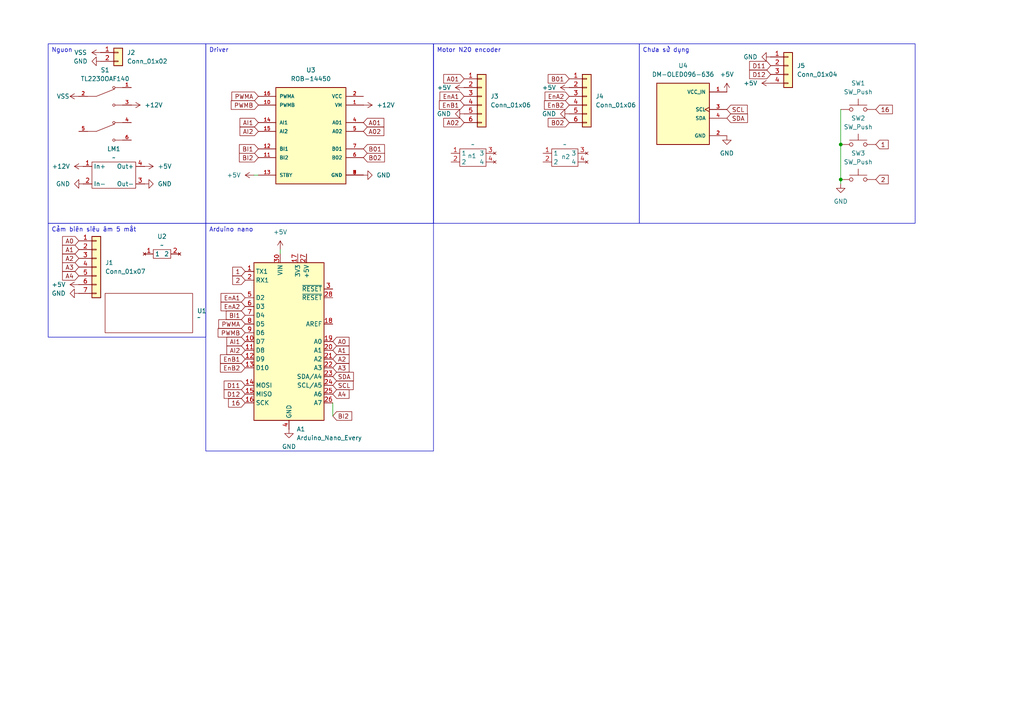
<source format=kicad_sch>
(kicad_sch
	(version 20231120)
	(generator "eeschema")
	(generator_version "8.0")
	(uuid "73f7d1ba-e723-4a25-bfd5-02997bac0f08")
	(paper "A4")
	(lib_symbols
		(symbol "Add_lib:n20"
			(exclude_from_sim no)
			(in_bom yes)
			(on_board yes)
			(property "Reference" "n20"
				(at 0 0 0)
				(effects
					(font
						(size 1.27 1.27)
					)
				)
			)
			(property "Value" ""
				(at 0 0 0)
				(effects
					(font
						(size 1.27 1.27)
					)
				)
			)
			(property "Footprint" "Library:n20"
				(at 0 0 0)
				(effects
					(font
						(size 1.27 1.27)
					)
					(hide yes)
				)
			)
			(property "Datasheet" ""
				(at 0 0 0)
				(effects
					(font
						(size 1.27 1.27)
					)
					(hide yes)
				)
			)
			(property "Description" ""
				(at 0 0 0)
				(effects
					(font
						(size 1.27 1.27)
					)
					(hide yes)
				)
			)
			(symbol "n20_0_1"
				(rectangle
					(start -3.81 2.54)
					(end 3.81 -2.54)
					(stroke
						(width 0)
						(type default)
					)
					(fill
						(type none)
					)
				)
			)
			(symbol "n20_1_1"
				(pin input line
					(at -6.35 1.27 0)
					(length 2.54)
					(name "1"
						(effects
							(font
								(size 1.27 1.27)
							)
						)
					)
					(number "1"
						(effects
							(font
								(size 1.27 1.27)
							)
						)
					)
				)
				(pin input line
					(at -6.35 -1.27 0)
					(length 2.54)
					(name "2"
						(effects
							(font
								(size 1.27 1.27)
							)
						)
					)
					(number "2"
						(effects
							(font
								(size 1.27 1.27)
							)
						)
					)
				)
				(pin no_connect line
					(at 6.35 1.27 180)
					(length 2.54)
					(name "3"
						(effects
							(font
								(size 1.27 1.27)
							)
						)
					)
					(number "3"
						(effects
							(font
								(size 1.27 1.27)
							)
						)
					)
				)
				(pin no_connect line
					(at 6.35 -1.27 180)
					(length 2.54)
					(name "4"
						(effects
							(font
								(size 1.27 1.27)
							)
						)
					)
					(number "4"
						(effects
							(font
								(size 1.27 1.27)
							)
						)
					)
				)
			)
		)
		(symbol "Connector_Generic:Conn_01x02"
			(pin_names
				(offset 1.016) hide)
			(exclude_from_sim no)
			(in_bom yes)
			(on_board yes)
			(property "Reference" "J"
				(at 0 2.54 0)
				(effects
					(font
						(size 1.27 1.27)
					)
				)
			)
			(property "Value" "Conn_01x02"
				(at 0 -5.08 0)
				(effects
					(font
						(size 1.27 1.27)
					)
				)
			)
			(property "Footprint" ""
				(at 0 0 0)
				(effects
					(font
						(size 1.27 1.27)
					)
					(hide yes)
				)
			)
			(property "Datasheet" "~"
				(at 0 0 0)
				(effects
					(font
						(size 1.27 1.27)
					)
					(hide yes)
				)
			)
			(property "Description" "Generic connector, single row, 01x02, script generated (kicad-library-utils/schlib/autogen/connector/)"
				(at 0 0 0)
				(effects
					(font
						(size 1.27 1.27)
					)
					(hide yes)
				)
			)
			(property "ki_keywords" "connector"
				(at 0 0 0)
				(effects
					(font
						(size 1.27 1.27)
					)
					(hide yes)
				)
			)
			(property "ki_fp_filters" "Connector*:*_1x??_*"
				(at 0 0 0)
				(effects
					(font
						(size 1.27 1.27)
					)
					(hide yes)
				)
			)
			(symbol "Conn_01x02_1_1"
				(rectangle
					(start -1.27 -2.413)
					(end 0 -2.667)
					(stroke
						(width 0.1524)
						(type default)
					)
					(fill
						(type none)
					)
				)
				(rectangle
					(start -1.27 0.127)
					(end 0 -0.127)
					(stroke
						(width 0.1524)
						(type default)
					)
					(fill
						(type none)
					)
				)
				(rectangle
					(start -1.27 1.27)
					(end 1.27 -3.81)
					(stroke
						(width 0.254)
						(type default)
					)
					(fill
						(type background)
					)
				)
				(pin passive line
					(at -5.08 0 0)
					(length 3.81)
					(name "Pin_1"
						(effects
							(font
								(size 1.27 1.27)
							)
						)
					)
					(number "1"
						(effects
							(font
								(size 1.27 1.27)
							)
						)
					)
				)
				(pin passive line
					(at -5.08 -2.54 0)
					(length 3.81)
					(name "Pin_2"
						(effects
							(font
								(size 1.27 1.27)
							)
						)
					)
					(number "2"
						(effects
							(font
								(size 1.27 1.27)
							)
						)
					)
				)
			)
		)
		(symbol "Connector_Generic:Conn_01x04"
			(pin_names
				(offset 1.016) hide)
			(exclude_from_sim no)
			(in_bom yes)
			(on_board yes)
			(property "Reference" "J"
				(at 0 5.08 0)
				(effects
					(font
						(size 1.27 1.27)
					)
				)
			)
			(property "Value" "Conn_01x04"
				(at 0 -7.62 0)
				(effects
					(font
						(size 1.27 1.27)
					)
				)
			)
			(property "Footprint" ""
				(at 0 0 0)
				(effects
					(font
						(size 1.27 1.27)
					)
					(hide yes)
				)
			)
			(property "Datasheet" "~"
				(at 0 0 0)
				(effects
					(font
						(size 1.27 1.27)
					)
					(hide yes)
				)
			)
			(property "Description" "Generic connector, single row, 01x04, script generated (kicad-library-utils/schlib/autogen/connector/)"
				(at 0 0 0)
				(effects
					(font
						(size 1.27 1.27)
					)
					(hide yes)
				)
			)
			(property "ki_keywords" "connector"
				(at 0 0 0)
				(effects
					(font
						(size 1.27 1.27)
					)
					(hide yes)
				)
			)
			(property "ki_fp_filters" "Connector*:*_1x??_*"
				(at 0 0 0)
				(effects
					(font
						(size 1.27 1.27)
					)
					(hide yes)
				)
			)
			(symbol "Conn_01x04_1_1"
				(rectangle
					(start -1.27 -4.953)
					(end 0 -5.207)
					(stroke
						(width 0.1524)
						(type default)
					)
					(fill
						(type none)
					)
				)
				(rectangle
					(start -1.27 -2.413)
					(end 0 -2.667)
					(stroke
						(width 0.1524)
						(type default)
					)
					(fill
						(type none)
					)
				)
				(rectangle
					(start -1.27 0.127)
					(end 0 -0.127)
					(stroke
						(width 0.1524)
						(type default)
					)
					(fill
						(type none)
					)
				)
				(rectangle
					(start -1.27 2.667)
					(end 0 2.413)
					(stroke
						(width 0.1524)
						(type default)
					)
					(fill
						(type none)
					)
				)
				(rectangle
					(start -1.27 3.81)
					(end 1.27 -6.35)
					(stroke
						(width 0.254)
						(type default)
					)
					(fill
						(type background)
					)
				)
				(pin passive line
					(at -5.08 2.54 0)
					(length 3.81)
					(name "Pin_1"
						(effects
							(font
								(size 1.27 1.27)
							)
						)
					)
					(number "1"
						(effects
							(font
								(size 1.27 1.27)
							)
						)
					)
				)
				(pin passive line
					(at -5.08 0 0)
					(length 3.81)
					(name "Pin_2"
						(effects
							(font
								(size 1.27 1.27)
							)
						)
					)
					(number "2"
						(effects
							(font
								(size 1.27 1.27)
							)
						)
					)
				)
				(pin passive line
					(at -5.08 -2.54 0)
					(length 3.81)
					(name "Pin_3"
						(effects
							(font
								(size 1.27 1.27)
							)
						)
					)
					(number "3"
						(effects
							(font
								(size 1.27 1.27)
							)
						)
					)
				)
				(pin passive line
					(at -5.08 -5.08 0)
					(length 3.81)
					(name "Pin_4"
						(effects
							(font
								(size 1.27 1.27)
							)
						)
					)
					(number "4"
						(effects
							(font
								(size 1.27 1.27)
							)
						)
					)
				)
			)
		)
		(symbol "Connector_Generic:Conn_01x06"
			(pin_names
				(offset 1.016) hide)
			(exclude_from_sim no)
			(in_bom yes)
			(on_board yes)
			(property "Reference" "J"
				(at 0 7.62 0)
				(effects
					(font
						(size 1.27 1.27)
					)
				)
			)
			(property "Value" "Conn_01x06"
				(at 0 -10.16 0)
				(effects
					(font
						(size 1.27 1.27)
					)
				)
			)
			(property "Footprint" ""
				(at 0 0 0)
				(effects
					(font
						(size 1.27 1.27)
					)
					(hide yes)
				)
			)
			(property "Datasheet" "~"
				(at 0 0 0)
				(effects
					(font
						(size 1.27 1.27)
					)
					(hide yes)
				)
			)
			(property "Description" "Generic connector, single row, 01x06, script generated (kicad-library-utils/schlib/autogen/connector/)"
				(at 0 0 0)
				(effects
					(font
						(size 1.27 1.27)
					)
					(hide yes)
				)
			)
			(property "ki_keywords" "connector"
				(at 0 0 0)
				(effects
					(font
						(size 1.27 1.27)
					)
					(hide yes)
				)
			)
			(property "ki_fp_filters" "Connector*:*_1x??_*"
				(at 0 0 0)
				(effects
					(font
						(size 1.27 1.27)
					)
					(hide yes)
				)
			)
			(symbol "Conn_01x06_1_1"
				(rectangle
					(start -1.27 -7.493)
					(end 0 -7.747)
					(stroke
						(width 0.1524)
						(type default)
					)
					(fill
						(type none)
					)
				)
				(rectangle
					(start -1.27 -4.953)
					(end 0 -5.207)
					(stroke
						(width 0.1524)
						(type default)
					)
					(fill
						(type none)
					)
				)
				(rectangle
					(start -1.27 -2.413)
					(end 0 -2.667)
					(stroke
						(width 0.1524)
						(type default)
					)
					(fill
						(type none)
					)
				)
				(rectangle
					(start -1.27 0.127)
					(end 0 -0.127)
					(stroke
						(width 0.1524)
						(type default)
					)
					(fill
						(type none)
					)
				)
				(rectangle
					(start -1.27 2.667)
					(end 0 2.413)
					(stroke
						(width 0.1524)
						(type default)
					)
					(fill
						(type none)
					)
				)
				(rectangle
					(start -1.27 5.207)
					(end 0 4.953)
					(stroke
						(width 0.1524)
						(type default)
					)
					(fill
						(type none)
					)
				)
				(rectangle
					(start -1.27 6.35)
					(end 1.27 -8.89)
					(stroke
						(width 0.254)
						(type default)
					)
					(fill
						(type background)
					)
				)
				(pin passive line
					(at -5.08 5.08 0)
					(length 3.81)
					(name "Pin_1"
						(effects
							(font
								(size 1.27 1.27)
							)
						)
					)
					(number "1"
						(effects
							(font
								(size 1.27 1.27)
							)
						)
					)
				)
				(pin passive line
					(at -5.08 2.54 0)
					(length 3.81)
					(name "Pin_2"
						(effects
							(font
								(size 1.27 1.27)
							)
						)
					)
					(number "2"
						(effects
							(font
								(size 1.27 1.27)
							)
						)
					)
				)
				(pin passive line
					(at -5.08 0 0)
					(length 3.81)
					(name "Pin_3"
						(effects
							(font
								(size 1.27 1.27)
							)
						)
					)
					(number "3"
						(effects
							(font
								(size 1.27 1.27)
							)
						)
					)
				)
				(pin passive line
					(at -5.08 -2.54 0)
					(length 3.81)
					(name "Pin_4"
						(effects
							(font
								(size 1.27 1.27)
							)
						)
					)
					(number "4"
						(effects
							(font
								(size 1.27 1.27)
							)
						)
					)
				)
				(pin passive line
					(at -5.08 -5.08 0)
					(length 3.81)
					(name "Pin_5"
						(effects
							(font
								(size 1.27 1.27)
							)
						)
					)
					(number "5"
						(effects
							(font
								(size 1.27 1.27)
							)
						)
					)
				)
				(pin passive line
					(at -5.08 -7.62 0)
					(length 3.81)
					(name "Pin_6"
						(effects
							(font
								(size 1.27 1.27)
							)
						)
					)
					(number "6"
						(effects
							(font
								(size 1.27 1.27)
							)
						)
					)
				)
			)
		)
		(symbol "Connector_Generic:Conn_01x07"
			(pin_names
				(offset 1.016) hide)
			(exclude_from_sim no)
			(in_bom yes)
			(on_board yes)
			(property "Reference" "J"
				(at 0 10.16 0)
				(effects
					(font
						(size 1.27 1.27)
					)
				)
			)
			(property "Value" "Conn_01x07"
				(at 0 -10.16 0)
				(effects
					(font
						(size 1.27 1.27)
					)
				)
			)
			(property "Footprint" ""
				(at 0 0 0)
				(effects
					(font
						(size 1.27 1.27)
					)
					(hide yes)
				)
			)
			(property "Datasheet" "~"
				(at 0 0 0)
				(effects
					(font
						(size 1.27 1.27)
					)
					(hide yes)
				)
			)
			(property "Description" "Generic connector, single row, 01x07, script generated (kicad-library-utils/schlib/autogen/connector/)"
				(at 0 0 0)
				(effects
					(font
						(size 1.27 1.27)
					)
					(hide yes)
				)
			)
			(property "ki_keywords" "connector"
				(at 0 0 0)
				(effects
					(font
						(size 1.27 1.27)
					)
					(hide yes)
				)
			)
			(property "ki_fp_filters" "Connector*:*_1x??_*"
				(at 0 0 0)
				(effects
					(font
						(size 1.27 1.27)
					)
					(hide yes)
				)
			)
			(symbol "Conn_01x07_1_1"
				(rectangle
					(start -1.27 -7.493)
					(end 0 -7.747)
					(stroke
						(width 0.1524)
						(type default)
					)
					(fill
						(type none)
					)
				)
				(rectangle
					(start -1.27 -4.953)
					(end 0 -5.207)
					(stroke
						(width 0.1524)
						(type default)
					)
					(fill
						(type none)
					)
				)
				(rectangle
					(start -1.27 -2.413)
					(end 0 -2.667)
					(stroke
						(width 0.1524)
						(type default)
					)
					(fill
						(type none)
					)
				)
				(rectangle
					(start -1.27 0.127)
					(end 0 -0.127)
					(stroke
						(width 0.1524)
						(type default)
					)
					(fill
						(type none)
					)
				)
				(rectangle
					(start -1.27 2.667)
					(end 0 2.413)
					(stroke
						(width 0.1524)
						(type default)
					)
					(fill
						(type none)
					)
				)
				(rectangle
					(start -1.27 5.207)
					(end 0 4.953)
					(stroke
						(width 0.1524)
						(type default)
					)
					(fill
						(type none)
					)
				)
				(rectangle
					(start -1.27 7.747)
					(end 0 7.493)
					(stroke
						(width 0.1524)
						(type default)
					)
					(fill
						(type none)
					)
				)
				(rectangle
					(start -1.27 8.89)
					(end 1.27 -8.89)
					(stroke
						(width 0.254)
						(type default)
					)
					(fill
						(type background)
					)
				)
				(pin passive line
					(at -5.08 7.62 0)
					(length 3.81)
					(name "Pin_1"
						(effects
							(font
								(size 1.27 1.27)
							)
						)
					)
					(number "1"
						(effects
							(font
								(size 1.27 1.27)
							)
						)
					)
				)
				(pin passive line
					(at -5.08 5.08 0)
					(length 3.81)
					(name "Pin_2"
						(effects
							(font
								(size 1.27 1.27)
							)
						)
					)
					(number "2"
						(effects
							(font
								(size 1.27 1.27)
							)
						)
					)
				)
				(pin passive line
					(at -5.08 2.54 0)
					(length 3.81)
					(name "Pin_3"
						(effects
							(font
								(size 1.27 1.27)
							)
						)
					)
					(number "3"
						(effects
							(font
								(size 1.27 1.27)
							)
						)
					)
				)
				(pin passive line
					(at -5.08 0 0)
					(length 3.81)
					(name "Pin_4"
						(effects
							(font
								(size 1.27 1.27)
							)
						)
					)
					(number "4"
						(effects
							(font
								(size 1.27 1.27)
							)
						)
					)
				)
				(pin passive line
					(at -5.08 -2.54 0)
					(length 3.81)
					(name "Pin_5"
						(effects
							(font
								(size 1.27 1.27)
							)
						)
					)
					(number "5"
						(effects
							(font
								(size 1.27 1.27)
							)
						)
					)
				)
				(pin passive line
					(at -5.08 -5.08 0)
					(length 3.81)
					(name "Pin_6"
						(effects
							(font
								(size 1.27 1.27)
							)
						)
					)
					(number "6"
						(effects
							(font
								(size 1.27 1.27)
							)
						)
					)
				)
				(pin passive line
					(at -5.08 -7.62 0)
					(length 3.81)
					(name "Pin_7"
						(effects
							(font
								(size 1.27 1.27)
							)
						)
					)
					(number "7"
						(effects
							(font
								(size 1.27 1.27)
							)
						)
					)
				)
			)
		)
		(symbol "DM-OLED096-636:DM-OLED096-636"
			(pin_names
				(offset 1.016)
			)
			(exclude_from_sim no)
			(in_bom yes)
			(on_board yes)
			(property "Reference" "U4"
				(at 0 15.24 0)
				(effects
					(font
						(size 1.27 1.27)
					)
				)
			)
			(property "Value" "DM-OLED096-636"
				(at 0 12.7 0)
				(effects
					(font
						(size 1.27 1.27)
					)
				)
			)
			(property "Footprint" "DM-OLED096-636:MODULE_DM-OLED096-636"
				(at 0 0 0)
				(effects
					(font
						(size 1.27 1.27)
					)
					(justify bottom)
					(hide yes)
				)
			)
			(property "Datasheet" ""
				(at 0 0 0)
				(effects
					(font
						(size 1.27 1.27)
					)
					(hide yes)
				)
			)
			(property "Description" ""
				(at 0 0 0)
				(effects
					(font
						(size 1.27 1.27)
					)
					(hide yes)
				)
			)
			(property "MF" "Display Module"
				(at 0 0 0)
				(effects
					(font
						(size 1.27 1.27)
					)
					(justify bottom)
					(hide yes)
				)
			)
			(property "MAXIMUM_PACKAGE_HEIGHT" "11.3 mm"
				(at 0 0 0)
				(effects
					(font
						(size 1.27 1.27)
					)
					(justify bottom)
					(hide yes)
				)
			)
			(property "Package" "Package"
				(at 0 0 0)
				(effects
					(font
						(size 1.27 1.27)
					)
					(justify bottom)
					(hide yes)
				)
			)
			(property "Price" "None"
				(at 0 0 0)
				(effects
					(font
						(size 1.27 1.27)
					)
					(justify bottom)
					(hide yes)
				)
			)
			(property "Check_prices" "https://www.snapeda.com/parts/DM-OLED096-636/Display+Module/view-part/?ref=eda"
				(at 0 0 0)
				(effects
					(font
						(size 1.27 1.27)
					)
					(justify bottom)
					(hide yes)
				)
			)
			(property "STANDARD" "Manufacturer Recommendations"
				(at 0 0 0)
				(effects
					(font
						(size 1.27 1.27)
					)
					(justify bottom)
					(hide yes)
				)
			)
			(property "PARTREV" "2018-09-10"
				(at 0 0 0)
				(effects
					(font
						(size 1.27 1.27)
					)
					(justify bottom)
					(hide yes)
				)
			)
			(property "SnapEDA_Link" "https://www.snapeda.com/parts/DM-OLED096-636/Display+Module/view-part/?ref=snap"
				(at 0 0 0)
				(effects
					(font
						(size 1.27 1.27)
					)
					(justify bottom)
					(hide yes)
				)
			)
			(property "MP" "DM-OLED096-636"
				(at 0 0 0)
				(effects
					(font
						(size 1.27 1.27)
					)
					(justify bottom)
					(hide yes)
				)
			)
			(property "Description_1" "\n                        \n                            0.96” 128 X 64 MONOCHROME GRAPHIC OLED DISPLAY MODULE - I2C\n                        \n"
				(at 0 0 0)
				(effects
					(font
						(size 1.27 1.27)
					)
					(justify bottom)
					(hide yes)
				)
			)
			(property "Availability" "Not in stock"
				(at 0 0 0)
				(effects
					(font
						(size 1.27 1.27)
					)
					(justify bottom)
					(hide yes)
				)
			)
			(property "MANUFACTURER" "Displaymodule"
				(at 0 0 0)
				(effects
					(font
						(size 1.27 1.27)
					)
					(justify bottom)
					(hide yes)
				)
			)
			(symbol "DM-OLED096-636_0_0"
				(rectangle
					(start -7.62 -7.62)
					(end 7.62 10.16)
					(stroke
						(width 0.254)
						(type default)
					)
					(fill
						(type background)
					)
				)
				(pin input clock
					(at 12.7 2.54 180)
					(length 5.08)
					(name "SCL"
						(effects
							(font
								(size 1.016 1.016)
							)
						)
					)
					(number "3"
						(effects
							(font
								(size 1.016 1.016)
							)
						)
					)
				)
				(pin bidirectional line
					(at 12.7 0 180)
					(length 5.08)
					(name "SDA"
						(effects
							(font
								(size 1.016 1.016)
							)
						)
					)
					(number "4"
						(effects
							(font
								(size 1.016 1.016)
							)
						)
					)
				)
			)
			(symbol "DM-OLED096-636_1_0"
				(pin power_in line
					(at 12.7 7.62 180)
					(length 5.08)
					(name "VCC_IN"
						(effects
							(font
								(size 1.016 1.016)
							)
						)
					)
					(number "1"
						(effects
							(font
								(size 1.016 1.016)
							)
						)
					)
				)
				(pin power_in line
					(at 12.7 -5.08 180)
					(length 5.08)
					(name "GND"
						(effects
							(font
								(size 1.016 1.016)
							)
						)
					)
					(number "2"
						(effects
							(font
								(size 1.016 1.016)
							)
						)
					)
				)
			)
		)
		(symbol "LM2596_1"
			(exclude_from_sim no)
			(in_bom yes)
			(on_board yes)
			(property "Reference" "LM2596"
				(at 0 0 0)
				(effects
					(font
						(size 1.27 1.27)
					)
				)
			)
			(property "Value" ""
				(at -1.27 0 0)
				(effects
					(font
						(size 1.27 1.27)
					)
				)
			)
			(property "Footprint" "Library:Lm2596"
				(at -1.27 0 0)
				(effects
					(font
						(size 1.27 1.27)
					)
					(hide yes)
				)
			)
			(property "Datasheet" ""
				(at -1.27 0 0)
				(effects
					(font
						(size 1.27 1.27)
					)
					(hide yes)
				)
			)
			(property "Description" ""
				(at -1.27 0 0)
				(effects
					(font
						(size 1.27 1.27)
					)
					(hide yes)
				)
			)
			(symbol "LM2596_1_0_1"
				(rectangle
					(start -6.35 3.81)
					(end 6.35 -3.81)
					(stroke
						(width 0)
						(type default)
					)
					(fill
						(type none)
					)
				)
			)
			(symbol "LM2596_1_1_1"
				(pin output line
					(at -8.89 2.54 0)
					(length 2.54)
					(name "In+"
						(effects
							(font
								(size 1.27 1.27)
							)
						)
					)
					(number "1"
						(effects
							(font
								(size 1.27 1.27)
							)
						)
					)
				)
				(pin output line
					(at -8.89 -2.54 0)
					(length 2.54)
					(name "In-"
						(effects
							(font
								(size 1.27 1.27)
							)
						)
					)
					(number "2"
						(effects
							(font
								(size 1.27 1.27)
							)
						)
					)
				)
				(pin output line
					(at 8.89 -2.54 180)
					(length 2.54)
					(name "Out-"
						(effects
							(font
								(size 1.27 1.27)
							)
						)
					)
					(number "3"
						(effects
							(font
								(size 1.27 1.27)
							)
						)
					)
				)
				(pin output line
					(at 8.89 2.54 180)
					(length 2.54)
					(name "Out+"
						(effects
							(font
								(size 1.27 1.27)
							)
						)
					)
					(number "4"
						(effects
							(font
								(size 1.27 1.27)
							)
						)
					)
				)
			)
		)
		(symbol "MCU_Module:Arduino_Nano_Every"
			(exclude_from_sim no)
			(in_bom yes)
			(on_board yes)
			(property "Reference" "A"
				(at -10.16 23.495 0)
				(effects
					(font
						(size 1.27 1.27)
					)
					(justify left bottom)
				)
			)
			(property "Value" "Arduino_Nano_Every"
				(at 5.08 -24.13 0)
				(effects
					(font
						(size 1.27 1.27)
					)
					(justify left top)
				)
			)
			(property "Footprint" "Module:Arduino_Nano"
				(at 0 0 0)
				(effects
					(font
						(size 1.27 1.27)
						(italic yes)
					)
					(hide yes)
				)
			)
			(property "Datasheet" "https://content.arduino.cc/assets/NANOEveryV3.0_sch.pdf"
				(at 0 0 0)
				(effects
					(font
						(size 1.27 1.27)
					)
					(hide yes)
				)
			)
			(property "Description" "Arduino Nano Every"
				(at 0 0 0)
				(effects
					(font
						(size 1.27 1.27)
					)
					(hide yes)
				)
			)
			(property "ki_keywords" "Arduino nano microcontroller module USB UPDI AATMega4809 AVR"
				(at 0 0 0)
				(effects
					(font
						(size 1.27 1.27)
					)
					(hide yes)
				)
			)
			(property "ki_fp_filters" "Arduino*Nano*"
				(at 0 0 0)
				(effects
					(font
						(size 1.27 1.27)
					)
					(hide yes)
				)
			)
			(symbol "Arduino_Nano_Every_0_1"
				(rectangle
					(start -10.16 22.86)
					(end 10.16 -22.86)
					(stroke
						(width 0.254)
						(type default)
					)
					(fill
						(type background)
					)
				)
			)
			(symbol "Arduino_Nano_Every_1_1"
				(pin bidirectional line
					(at -12.7 20.32 0)
					(length 2.54)
					(name "TX1"
						(effects
							(font
								(size 1.27 1.27)
							)
						)
					)
					(number "1"
						(effects
							(font
								(size 1.27 1.27)
							)
						)
					)
				)
				(pin bidirectional line
					(at -12.7 0 0)
					(length 2.54)
					(name "D7"
						(effects
							(font
								(size 1.27 1.27)
							)
						)
					)
					(number "10"
						(effects
							(font
								(size 1.27 1.27)
							)
						)
					)
				)
				(pin bidirectional line
					(at -12.7 -2.54 0)
					(length 2.54)
					(name "D8"
						(effects
							(font
								(size 1.27 1.27)
							)
						)
					)
					(number "11"
						(effects
							(font
								(size 1.27 1.27)
							)
						)
					)
				)
				(pin bidirectional line
					(at -12.7 -5.08 0)
					(length 2.54)
					(name "D9"
						(effects
							(font
								(size 1.27 1.27)
							)
						)
					)
					(number "12"
						(effects
							(font
								(size 1.27 1.27)
							)
						)
					)
				)
				(pin bidirectional line
					(at -12.7 -7.62 0)
					(length 2.54)
					(name "D10"
						(effects
							(font
								(size 1.27 1.27)
							)
						)
					)
					(number "13"
						(effects
							(font
								(size 1.27 1.27)
							)
						)
					)
				)
				(pin bidirectional line
					(at -12.7 -12.7 0)
					(length 2.54)
					(name "MOSI"
						(effects
							(font
								(size 1.27 1.27)
							)
						)
					)
					(number "14"
						(effects
							(font
								(size 1.27 1.27)
							)
						)
					)
				)
				(pin bidirectional line
					(at -12.7 -15.24 0)
					(length 2.54)
					(name "MISO"
						(effects
							(font
								(size 1.27 1.27)
							)
						)
					)
					(number "15"
						(effects
							(font
								(size 1.27 1.27)
							)
						)
					)
				)
				(pin bidirectional line
					(at -12.7 -17.78 0)
					(length 2.54)
					(name "SCK"
						(effects
							(font
								(size 1.27 1.27)
							)
						)
					)
					(number "16"
						(effects
							(font
								(size 1.27 1.27)
							)
						)
					)
				)
				(pin power_out line
					(at 2.54 25.4 270)
					(length 2.54)
					(name "3V3"
						(effects
							(font
								(size 1.27 1.27)
							)
						)
					)
					(number "17"
						(effects
							(font
								(size 1.27 1.27)
							)
						)
					)
				)
				(pin input line
					(at 12.7 5.08 180)
					(length 2.54)
					(name "AREF"
						(effects
							(font
								(size 1.27 1.27)
							)
						)
					)
					(number "18"
						(effects
							(font
								(size 1.27 1.27)
							)
						)
					)
				)
				(pin bidirectional line
					(at 12.7 0 180)
					(length 2.54)
					(name "A0"
						(effects
							(font
								(size 1.27 1.27)
							)
						)
					)
					(number "19"
						(effects
							(font
								(size 1.27 1.27)
							)
						)
					)
				)
				(pin bidirectional line
					(at -12.7 17.78 0)
					(length 2.54)
					(name "RX1"
						(effects
							(font
								(size 1.27 1.27)
							)
						)
					)
					(number "2"
						(effects
							(font
								(size 1.27 1.27)
							)
						)
					)
				)
				(pin bidirectional line
					(at 12.7 -2.54 180)
					(length 2.54)
					(name "A1"
						(effects
							(font
								(size 1.27 1.27)
							)
						)
					)
					(number "20"
						(effects
							(font
								(size 1.27 1.27)
							)
						)
					)
				)
				(pin bidirectional line
					(at 12.7 -5.08 180)
					(length 2.54)
					(name "A2"
						(effects
							(font
								(size 1.27 1.27)
							)
						)
					)
					(number "21"
						(effects
							(font
								(size 1.27 1.27)
							)
						)
					)
				)
				(pin bidirectional line
					(at 12.7 -7.62 180)
					(length 2.54)
					(name "A3"
						(effects
							(font
								(size 1.27 1.27)
							)
						)
					)
					(number "22"
						(effects
							(font
								(size 1.27 1.27)
							)
						)
					)
				)
				(pin bidirectional line
					(at 12.7 -10.16 180)
					(length 2.54)
					(name "SDA/A4"
						(effects
							(font
								(size 1.27 1.27)
							)
						)
					)
					(number "23"
						(effects
							(font
								(size 1.27 1.27)
							)
						)
					)
				)
				(pin bidirectional line
					(at 12.7 -12.7 180)
					(length 2.54)
					(name "SCL/A5"
						(effects
							(font
								(size 1.27 1.27)
							)
						)
					)
					(number "24"
						(effects
							(font
								(size 1.27 1.27)
							)
						)
					)
				)
				(pin bidirectional line
					(at 12.7 -15.24 180)
					(length 2.54)
					(name "A6"
						(effects
							(font
								(size 1.27 1.27)
							)
						)
					)
					(number "25"
						(effects
							(font
								(size 1.27 1.27)
							)
						)
					)
				)
				(pin bidirectional line
					(at 12.7 -17.78 180)
					(length 2.54)
					(name "A7"
						(effects
							(font
								(size 1.27 1.27)
							)
						)
					)
					(number "26"
						(effects
							(font
								(size 1.27 1.27)
							)
						)
					)
				)
				(pin power_out line
					(at 5.08 25.4 270)
					(length 2.54)
					(name "+5V"
						(effects
							(font
								(size 1.27 1.27)
							)
						)
					)
					(number "27"
						(effects
							(font
								(size 1.27 1.27)
							)
						)
					)
				)
				(pin input line
					(at 12.7 12.7 180)
					(length 2.54)
					(name "~{RESET}"
						(effects
							(font
								(size 1.27 1.27)
							)
						)
					)
					(number "28"
						(effects
							(font
								(size 1.27 1.27)
							)
						)
					)
				)
				(pin passive line
					(at 0 -25.4 90)
					(length 2.54) hide
					(name "GND"
						(effects
							(font
								(size 1.27 1.27)
							)
						)
					)
					(number "29"
						(effects
							(font
								(size 1.27 1.27)
							)
						)
					)
				)
				(pin input line
					(at 12.7 15.24 180)
					(length 2.54)
					(name "~{RESET}"
						(effects
							(font
								(size 1.27 1.27)
							)
						)
					)
					(number "3"
						(effects
							(font
								(size 1.27 1.27)
							)
						)
					)
				)
				(pin power_in line
					(at -2.54 25.4 270)
					(length 2.54)
					(name "VIN"
						(effects
							(font
								(size 1.27 1.27)
							)
						)
					)
					(number "30"
						(effects
							(font
								(size 1.27 1.27)
							)
						)
					)
				)
				(pin power_in line
					(at 0 -25.4 90)
					(length 2.54)
					(name "GND"
						(effects
							(font
								(size 1.27 1.27)
							)
						)
					)
					(number "4"
						(effects
							(font
								(size 1.27 1.27)
							)
						)
					)
				)
				(pin bidirectional line
					(at -12.7 12.7 0)
					(length 2.54)
					(name "D2"
						(effects
							(font
								(size 1.27 1.27)
							)
						)
					)
					(number "5"
						(effects
							(font
								(size 1.27 1.27)
							)
						)
					)
				)
				(pin bidirectional line
					(at -12.7 10.16 0)
					(length 2.54)
					(name "D3"
						(effects
							(font
								(size 1.27 1.27)
							)
						)
					)
					(number "6"
						(effects
							(font
								(size 1.27 1.27)
							)
						)
					)
				)
				(pin bidirectional line
					(at -12.7 7.62 0)
					(length 2.54)
					(name "D4"
						(effects
							(font
								(size 1.27 1.27)
							)
						)
					)
					(number "7"
						(effects
							(font
								(size 1.27 1.27)
							)
						)
					)
				)
				(pin bidirectional line
					(at -12.7 5.08 0)
					(length 2.54)
					(name "D5"
						(effects
							(font
								(size 1.27 1.27)
							)
						)
					)
					(number "8"
						(effects
							(font
								(size 1.27 1.27)
							)
						)
					)
				)
				(pin bidirectional line
					(at -12.7 2.54 0)
					(length 2.54)
					(name "D6"
						(effects
							(font
								(size 1.27 1.27)
							)
						)
					)
					(number "9"
						(effects
							(font
								(size 1.27 1.27)
							)
						)
					)
				)
			)
		)
		(symbol "New_Library:LINE_MODULE"
			(exclude_from_sim no)
			(in_bom yes)
			(on_board yes)
			(property "Reference" "U"
				(at 0 0 0)
				(effects
					(font
						(size 1.27 1.27)
					)
				)
			)
			(property "Value" ""
				(at 0 0 0)
				(effects
					(font
						(size 1.27 1.27)
					)
				)
			)
			(property "Footprint" "Library:Module_line"
				(at 0 0 0)
				(effects
					(font
						(size 1.27 1.27)
					)
					(hide yes)
				)
			)
			(property "Datasheet" ""
				(at 0 0 0)
				(effects
					(font
						(size 1.27 1.27)
					)
					(hide yes)
				)
			)
			(property "Description" ""
				(at 0 0 0)
				(effects
					(font
						(size 1.27 1.27)
					)
					(hide yes)
				)
			)
			(symbol "LINE_MODULE_0_1"
				(rectangle
					(start -12.7 5.08)
					(end 12.7 -6.35)
					(stroke
						(width 0)
						(type default)
					)
					(fill
						(type none)
					)
				)
			)
		)
		(symbol "Switch:SW_Push"
			(pin_numbers hide)
			(pin_names
				(offset 1.016) hide)
			(exclude_from_sim no)
			(in_bom yes)
			(on_board yes)
			(property "Reference" "SW"
				(at 1.27 2.54 0)
				(effects
					(font
						(size 1.27 1.27)
					)
					(justify left)
				)
			)
			(property "Value" "SW_Push"
				(at 0 -1.524 0)
				(effects
					(font
						(size 1.27 1.27)
					)
				)
			)
			(property "Footprint" ""
				(at 0 5.08 0)
				(effects
					(font
						(size 1.27 1.27)
					)
					(hide yes)
				)
			)
			(property "Datasheet" "~"
				(at 0 5.08 0)
				(effects
					(font
						(size 1.27 1.27)
					)
					(hide yes)
				)
			)
			(property "Description" "Push button switch, generic, two pins"
				(at 0 0 0)
				(effects
					(font
						(size 1.27 1.27)
					)
					(hide yes)
				)
			)
			(property "ki_keywords" "switch normally-open pushbutton push-button"
				(at 0 0 0)
				(effects
					(font
						(size 1.27 1.27)
					)
					(hide yes)
				)
			)
			(symbol "SW_Push_0_1"
				(circle
					(center -2.032 0)
					(radius 0.508)
					(stroke
						(width 0)
						(type default)
					)
					(fill
						(type none)
					)
				)
				(polyline
					(pts
						(xy 0 1.27) (xy 0 3.048)
					)
					(stroke
						(width 0)
						(type default)
					)
					(fill
						(type none)
					)
				)
				(polyline
					(pts
						(xy 2.54 1.27) (xy -2.54 1.27)
					)
					(stroke
						(width 0)
						(type default)
					)
					(fill
						(type none)
					)
				)
				(circle
					(center 2.032 0)
					(radius 0.508)
					(stroke
						(width 0)
						(type default)
					)
					(fill
						(type none)
					)
				)
				(pin passive line
					(at -5.08 0 0)
					(length 2.54)
					(name "1"
						(effects
							(font
								(size 1.27 1.27)
							)
						)
					)
					(number "1"
						(effects
							(font
								(size 1.27 1.27)
							)
						)
					)
				)
				(pin passive line
					(at 5.08 0 180)
					(length 2.54)
					(name "2"
						(effects
							(font
								(size 1.27 1.27)
							)
						)
					)
					(number "2"
						(effects
							(font
								(size 1.27 1.27)
							)
						)
					)
				)
			)
		)
		(symbol "TL2230OAF140_1"
			(pin_names
				(offset 1.016)
			)
			(exclude_from_sim no)
			(in_bom yes)
			(on_board yes)
			(property "Reference" "S"
				(at -2.54 10.16 0)
				(effects
					(font
						(size 1.27 1.27)
					)
					(justify left bottom)
				)
			)
			(property "Value" "TL2230OAF140"
				(at -2.54 -10.16 0)
				(effects
					(font
						(size 1.27 1.27)
					)
					(justify left top)
				)
			)
			(property "Footprint" "Add_button_memory:SW_6 pins 8.5×8.5MM"
				(at 0 0 0)
				(effects
					(font
						(size 1.27 1.27)
					)
					(justify bottom)
					(hide yes)
				)
			)
			(property "Datasheet" ""
				(at 0 0 0)
				(effects
					(font
						(size 1.27 1.27)
					)
					(hide yes)
				)
			)
			(property "Description" ""
				(at 0 0 0)
				(effects
					(font
						(size 1.27 1.27)
					)
					(hide yes)
				)
			)
			(property "MF" "E-Switch"
				(at 0 0 0)
				(effects
					(font
						(size 1.27 1.27)
					)
					(justify bottom)
					(hide yes)
				)
			)
			(property "MAXIMUM_PACKAGE_HEIGHT" "12.5 mm"
				(at 0 0 0)
				(effects
					(font
						(size 1.27 1.27)
					)
					(justify bottom)
					(hide yes)
				)
			)
			(property "Package" "None"
				(at 0 0 0)
				(effects
					(font
						(size 1.27 1.27)
					)
					(justify bottom)
					(hide yes)
				)
			)
			(property "Price" "None"
				(at 0 0 0)
				(effects
					(font
						(size 1.27 1.27)
					)
					(justify bottom)
					(hide yes)
				)
			)
			(property "Check_prices" "https://www.snapeda.com/parts/TL2230OAF140/E-Switch/view-part/?ref=eda"
				(at 0 0 0)
				(effects
					(font
						(size 1.27 1.27)
					)
					(justify bottom)
					(hide yes)
				)
			)
			(property "STANDARD" "Manufacturer Recommendations"
				(at 0 0 0)
				(effects
					(font
						(size 1.27 1.27)
					)
					(justify bottom)
					(hide yes)
				)
			)
			(property "PARTREV" "E"
				(at 0 0 0)
				(effects
					(font
						(size 1.27 1.27)
					)
					(justify bottom)
					(hide yes)
				)
			)
			(property "SnapEDA_Link" "https://www.snapeda.com/parts/TL2230OAF140/E-Switch/view-part/?ref=snap"
				(at 0 0 0)
				(effects
					(font
						(size 1.27 1.27)
					)
					(justify bottom)
					(hide yes)
				)
			)
			(property "MP" "TL2230OAF140"
				(at 0 0 0)
				(effects
					(font
						(size 1.27 1.27)
					)
					(justify bottom)
					(hide yes)
				)
			)
			(property "Description_1" "\n                        \n                            Pushbutton Switch DPDT Standard Through Hole\n                        \n"
				(at 0 0 0)
				(effects
					(font
						(size 1.27 1.27)
					)
					(justify bottom)
					(hide yes)
				)
			)
			(property "MANUFACTURER" "E-Switch"
				(at 0 0 0)
				(effects
					(font
						(size 1.27 1.27)
					)
					(justify bottom)
					(hide yes)
				)
			)
			(property "Availability" "In Stock"
				(at 0 0 0)
				(effects
					(font
						(size 1.27 1.27)
					)
					(justify bottom)
					(hide yes)
				)
			)
			(property "SNAPEDA_PN" "TL2230EEF140"
				(at 0 0 0)
				(effects
					(font
						(size 1.27 1.27)
					)
					(justify bottom)
					(hide yes)
				)
			)
			(symbol "TL2230OAF140_1_0_0"
				(polyline
					(pts
						(xy -2.54 -5.08) (xy -5.08 -5.08)
					)
					(stroke
						(width 0.1524)
						(type default)
					)
					(fill
						(type none)
					)
				)
				(polyline
					(pts
						(xy -2.54 -5.08) (xy 2.794 -2.9464)
					)
					(stroke
						(width 0.1524)
						(type default)
					)
					(fill
						(type none)
					)
				)
				(polyline
					(pts
						(xy -2.54 5.08) (xy -5.08 5.08)
					)
					(stroke
						(width 0.1524)
						(type default)
					)
					(fill
						(type none)
					)
				)
				(polyline
					(pts
						(xy -2.54 5.08) (xy 2.794 7.2136)
					)
					(stroke
						(width 0.1524)
						(type default)
					)
					(fill
						(type none)
					)
				)
				(polyline
					(pts
						(xy 5.08 -7.62) (xy 2.921 -7.62)
					)
					(stroke
						(width 0.1524)
						(type default)
					)
					(fill
						(type none)
					)
				)
				(polyline
					(pts
						(xy 5.08 -2.54) (xy 2.921 -2.54)
					)
					(stroke
						(width 0.1524)
						(type default)
					)
					(fill
						(type none)
					)
				)
				(polyline
					(pts
						(xy 5.08 2.54) (xy 2.921 2.54)
					)
					(stroke
						(width 0.1524)
						(type default)
					)
					(fill
						(type none)
					)
				)
				(polyline
					(pts
						(xy 5.08 7.62) (xy 2.921 7.62)
					)
					(stroke
						(width 0.1524)
						(type default)
					)
					(fill
						(type none)
					)
				)
				(circle
					(center 2.54 -7.62)
					(radius 0.3302)
					(stroke
						(width 0.1524)
						(type default)
					)
					(fill
						(type none)
					)
				)
				(circle
					(center 2.54 -2.54)
					(radius 0.3302)
					(stroke
						(width 0.1524)
						(type default)
					)
					(fill
						(type none)
					)
				)
				(circle
					(center 2.54 2.54)
					(radius 0.3302)
					(stroke
						(width 0.1524)
						(type default)
					)
					(fill
						(type none)
					)
				)
				(circle
					(center 2.54 7.62)
					(radius 0.3302)
					(stroke
						(width 0.1524)
						(type default)
					)
					(fill
						(type none)
					)
				)
				(pin passive line
					(at 7.62 7.62 180)
					(length 2.54)
					(name "~"
						(effects
							(font
								(size 1.016 1.016)
							)
						)
					)
					(number "1"
						(effects
							(font
								(size 1.016 1.016)
							)
						)
					)
				)
				(pin passive line
					(at -7.62 5.08 0)
					(length 2.54)
					(name "~"
						(effects
							(font
								(size 1.016 1.016)
							)
						)
					)
					(number "2"
						(effects
							(font
								(size 1.016 1.016)
							)
						)
					)
				)
				(pin passive line
					(at 7.62 2.54 180)
					(length 2.54)
					(name "~"
						(effects
							(font
								(size 1.016 1.016)
							)
						)
					)
					(number "3"
						(effects
							(font
								(size 1.016 1.016)
							)
						)
					)
				)
				(pin passive line
					(at 7.62 -2.54 180)
					(length 2.54)
					(name "~"
						(effects
							(font
								(size 1.016 1.016)
							)
						)
					)
					(number "4"
						(effects
							(font
								(size 1.016 1.016)
							)
						)
					)
				)
				(pin passive line
					(at -7.62 -5.08 0)
					(length 2.54)
					(name "~"
						(effects
							(font
								(size 1.016 1.016)
							)
						)
					)
					(number "5"
						(effects
							(font
								(size 1.016 1.016)
							)
						)
					)
				)
				(pin passive line
					(at 7.62 -7.62 180)
					(length 2.54)
					(name "~"
						(effects
							(font
								(size 1.016 1.016)
							)
						)
					)
					(number "6"
						(effects
							(font
								(size 1.016 1.016)
							)
						)
					)
				)
			)
		)
		(symbol "mat_trau:mat_trau"
			(exclude_from_sim no)
			(in_bom yes)
			(on_board yes)
			(property "Reference" "U"
				(at 0 0 0)
				(effects
					(font
						(size 1.27 1.27)
					)
				)
			)
			(property "Value" ""
				(at 0 0 0)
				(effects
					(font
						(size 1.27 1.27)
					)
				)
			)
			(property "Footprint" "Library:mat_trau"
				(at 0 0 0)
				(effects
					(font
						(size 1.27 1.27)
					)
					(hide yes)
				)
			)
			(property "Datasheet" ""
				(at 0 0 0)
				(effects
					(font
						(size 1.27 1.27)
					)
					(hide yes)
				)
			)
			(property "Description" ""
				(at 0 0 0)
				(effects
					(font
						(size 1.27 1.27)
					)
					(hide yes)
				)
			)
			(symbol "mat_trau_0_1"
				(rectangle
					(start -2.54 1.27)
					(end 2.54 -1.27)
					(stroke
						(width 0)
						(type default)
					)
					(fill
						(type none)
					)
				)
			)
			(symbol "mat_trau_1_1"
				(pin no_connect line
					(at -5.08 0 0)
					(length 2.54)
					(name "1"
						(effects
							(font
								(size 1.27 1.27)
							)
						)
					)
					(number "1"
						(effects
							(font
								(size 1.27 1.27)
							)
						)
					)
				)
				(pin no_connect line
					(at 5.08 0 180)
					(length 2.54)
					(name "2"
						(effects
							(font
								(size 1.27 1.27)
							)
						)
					)
					(number "2"
						(effects
							(font
								(size 1.27 1.27)
							)
						)
					)
				)
			)
		)
		(symbol "power:+24V"
			(power)
			(pin_numbers hide)
			(pin_names
				(offset 0) hide)
			(exclude_from_sim no)
			(in_bom yes)
			(on_board yes)
			(property "Reference" "#PWR"
				(at 0 -3.81 0)
				(effects
					(font
						(size 1.27 1.27)
					)
					(hide yes)
				)
			)
			(property "Value" "+24V"
				(at 0 3.556 0)
				(effects
					(font
						(size 1.27 1.27)
					)
				)
			)
			(property "Footprint" ""
				(at 0 0 0)
				(effects
					(font
						(size 1.27 1.27)
					)
					(hide yes)
				)
			)
			(property "Datasheet" ""
				(at 0 0 0)
				(effects
					(font
						(size 1.27 1.27)
					)
					(hide yes)
				)
			)
			(property "Description" "Power symbol creates a global label with name \"+24V\""
				(at 0 0 0)
				(effects
					(font
						(size 1.27 1.27)
					)
					(hide yes)
				)
			)
			(property "ki_keywords" "global power"
				(at 0 0 0)
				(effects
					(font
						(size 1.27 1.27)
					)
					(hide yes)
				)
			)
			(symbol "+24V_0_1"
				(polyline
					(pts
						(xy -0.762 1.27) (xy 0 2.54)
					)
					(stroke
						(width 0)
						(type default)
					)
					(fill
						(type none)
					)
				)
				(polyline
					(pts
						(xy 0 0) (xy 0 2.54)
					)
					(stroke
						(width 0)
						(type default)
					)
					(fill
						(type none)
					)
				)
				(polyline
					(pts
						(xy 0 2.54) (xy 0.762 1.27)
					)
					(stroke
						(width 0)
						(type default)
					)
					(fill
						(type none)
					)
				)
			)
			(symbol "+24V_1_1"
				(pin power_in line
					(at 0 0 90)
					(length 0)
					(name "~"
						(effects
							(font
								(size 1.27 1.27)
							)
						)
					)
					(number "1"
						(effects
							(font
								(size 1.27 1.27)
							)
						)
					)
				)
			)
		)
		(symbol "power:+5V"
			(power)
			(pin_numbers hide)
			(pin_names
				(offset 0) hide)
			(exclude_from_sim no)
			(in_bom yes)
			(on_board yes)
			(property "Reference" "#PWR"
				(at 0 -3.81 0)
				(effects
					(font
						(size 1.27 1.27)
					)
					(hide yes)
				)
			)
			(property "Value" "+5V"
				(at 0 3.556 0)
				(effects
					(font
						(size 1.27 1.27)
					)
				)
			)
			(property "Footprint" ""
				(at 0 0 0)
				(effects
					(font
						(size 1.27 1.27)
					)
					(hide yes)
				)
			)
			(property "Datasheet" ""
				(at 0 0 0)
				(effects
					(font
						(size 1.27 1.27)
					)
					(hide yes)
				)
			)
			(property "Description" "Power symbol creates a global label with name \"+5V\""
				(at 0 0 0)
				(effects
					(font
						(size 1.27 1.27)
					)
					(hide yes)
				)
			)
			(property "ki_keywords" "global power"
				(at 0 0 0)
				(effects
					(font
						(size 1.27 1.27)
					)
					(hide yes)
				)
			)
			(symbol "+5V_0_1"
				(polyline
					(pts
						(xy -0.762 1.27) (xy 0 2.54)
					)
					(stroke
						(width 0)
						(type default)
					)
					(fill
						(type none)
					)
				)
				(polyline
					(pts
						(xy 0 0) (xy 0 2.54)
					)
					(stroke
						(width 0)
						(type default)
					)
					(fill
						(type none)
					)
				)
				(polyline
					(pts
						(xy 0 2.54) (xy 0.762 1.27)
					)
					(stroke
						(width 0)
						(type default)
					)
					(fill
						(type none)
					)
				)
			)
			(symbol "+5V_1_1"
				(pin power_in line
					(at 0 0 90)
					(length 0)
					(name "~"
						(effects
							(font
								(size 1.27 1.27)
							)
						)
					)
					(number "1"
						(effects
							(font
								(size 1.27 1.27)
							)
						)
					)
				)
			)
		)
		(symbol "power:GND"
			(power)
			(pin_numbers hide)
			(pin_names
				(offset 0) hide)
			(exclude_from_sim no)
			(in_bom yes)
			(on_board yes)
			(property "Reference" "#PWR"
				(at 0 -6.35 0)
				(effects
					(font
						(size 1.27 1.27)
					)
					(hide yes)
				)
			)
			(property "Value" "GND"
				(at 0 -3.81 0)
				(effects
					(font
						(size 1.27 1.27)
					)
				)
			)
			(property "Footprint" ""
				(at 0 0 0)
				(effects
					(font
						(size 1.27 1.27)
					)
					(hide yes)
				)
			)
			(property "Datasheet" ""
				(at 0 0 0)
				(effects
					(font
						(size 1.27 1.27)
					)
					(hide yes)
				)
			)
			(property "Description" "Power symbol creates a global label with name \"GND\" , ground"
				(at 0 0 0)
				(effects
					(font
						(size 1.27 1.27)
					)
					(hide yes)
				)
			)
			(property "ki_keywords" "global power"
				(at 0 0 0)
				(effects
					(font
						(size 1.27 1.27)
					)
					(hide yes)
				)
			)
			(symbol "GND_0_1"
				(polyline
					(pts
						(xy 0 0) (xy 0 -1.27) (xy 1.27 -1.27) (xy 0 -2.54) (xy -1.27 -1.27) (xy 0 -1.27)
					)
					(stroke
						(width 0)
						(type default)
					)
					(fill
						(type none)
					)
				)
			)
			(symbol "GND_1_1"
				(pin power_in line
					(at 0 0 270)
					(length 0)
					(name "~"
						(effects
							(font
								(size 1.27 1.27)
							)
						)
					)
					(number "1"
						(effects
							(font
								(size 1.27 1.27)
							)
						)
					)
				)
			)
		)
		(symbol "tb6612:ROB-14450"
			(pin_names
				(offset 1.016)
			)
			(exclude_from_sim no)
			(in_bom yes)
			(on_board yes)
			(property "Reference" "U"
				(at -10.16 16.002 0)
				(effects
					(font
						(size 1.27 1.27)
					)
					(justify left bottom)
				)
			)
			(property "Value" "ROB-14450"
				(at -10.16 -15.24 0)
				(effects
					(font
						(size 1.27 1.27)
					)
					(justify left bottom)
				)
			)
			(property "Footprint" "tb6612:MODULE_ROB-14450"
				(at 0 0 0)
				(effects
					(font
						(size 1.27 1.27)
					)
					(justify bottom)
					(hide yes)
				)
			)
			(property "Datasheet" ""
				(at 0 0 0)
				(effects
					(font
						(size 1.27 1.27)
					)
					(hide yes)
				)
			)
			(property "Description" ""
				(at 0 0 0)
				(effects
					(font
						(size 1.27 1.27)
					)
					(hide yes)
				)
			)
			(property "MF" "SparkFun Electronics"
				(at 0 0 0)
				(effects
					(font
						(size 1.27 1.27)
					)
					(justify bottom)
					(hide yes)
				)
			)
			(property "Description_1" "\n                        \n                            TB6612FNG - Motor Controller/Driver Power Management Evaluation Board\n                        \n"
				(at 0 0 0)
				(effects
					(font
						(size 1.27 1.27)
					)
					(justify bottom)
					(hide yes)
				)
			)
			(property "Package" "None"
				(at 0 0 0)
				(effects
					(font
						(size 1.27 1.27)
					)
					(justify bottom)
					(hide yes)
				)
			)
			(property "Price" "None"
				(at 0 0 0)
				(effects
					(font
						(size 1.27 1.27)
					)
					(justify bottom)
					(hide yes)
				)
			)
			(property "Check_prices" "https://www.snapeda.com/parts/ROB-14450/SparkFun/view-part/?ref=eda"
				(at 0 0 0)
				(effects
					(font
						(size 1.27 1.27)
					)
					(justify bottom)
					(hide yes)
				)
			)
			(property "STANDARD" "Manufacturer Recommendation"
				(at 0 0 0)
				(effects
					(font
						(size 1.27 1.27)
					)
					(justify bottom)
					(hide yes)
				)
			)
			(property "PARTREV" "11-13-17"
				(at 0 0 0)
				(effects
					(font
						(size 1.27 1.27)
					)
					(justify bottom)
					(hide yes)
				)
			)
			(property "SnapEDA_Link" "https://www.snapeda.com/parts/ROB-14450/SparkFun/view-part/?ref=snap"
				(at 0 0 0)
				(effects
					(font
						(size 1.27 1.27)
					)
					(justify bottom)
					(hide yes)
				)
			)
			(property "MP" "ROB-14450"
				(at 0 0 0)
				(effects
					(font
						(size 1.27 1.27)
					)
					(justify bottom)
					(hide yes)
				)
			)
			(property "Availability" "In Stock"
				(at 0 0 0)
				(effects
					(font
						(size 1.27 1.27)
					)
					(justify bottom)
					(hide yes)
				)
			)
			(property "MANUFACTURER" "Sparkfun Electronics"
				(at 0 0 0)
				(effects
					(font
						(size 1.27 1.27)
					)
					(justify bottom)
					(hide yes)
				)
			)
			(symbol "ROB-14450_0_0"
				(rectangle
					(start -10.16 15.24)
					(end 10.16 -12.7)
					(stroke
						(width 0.254)
						(type default)
					)
					(fill
						(type background)
					)
				)
				(pin power_in line
					(at 15.24 10.16 180)
					(length 5.08)
					(name "VM"
						(effects
							(font
								(size 1.016 1.016)
							)
						)
					)
					(number "1"
						(effects
							(font
								(size 1.016 1.016)
							)
						)
					)
				)
				(pin input line
					(at -15.24 10.16 0)
					(length 5.08)
					(name "PWMB"
						(effects
							(font
								(size 1.016 1.016)
							)
						)
					)
					(number "10"
						(effects
							(font
								(size 1.016 1.016)
							)
						)
					)
				)
				(pin input line
					(at -15.24 -5.08 0)
					(length 5.08)
					(name "BI2"
						(effects
							(font
								(size 1.016 1.016)
							)
						)
					)
					(number "11"
						(effects
							(font
								(size 1.016 1.016)
							)
						)
					)
				)
				(pin input line
					(at -15.24 -2.54 0)
					(length 5.08)
					(name "BI1"
						(effects
							(font
								(size 1.016 1.016)
							)
						)
					)
					(number "12"
						(effects
							(font
								(size 1.016 1.016)
							)
						)
					)
				)
				(pin input line
					(at -15.24 -10.16 0)
					(length 5.08)
					(name "STBY"
						(effects
							(font
								(size 1.016 1.016)
							)
						)
					)
					(number "13"
						(effects
							(font
								(size 1.016 1.016)
							)
						)
					)
				)
				(pin input line
					(at -15.24 5.08 0)
					(length 5.08)
					(name "AI1"
						(effects
							(font
								(size 1.016 1.016)
							)
						)
					)
					(number "14"
						(effects
							(font
								(size 1.016 1.016)
							)
						)
					)
				)
				(pin input line
					(at -15.24 2.54 0)
					(length 5.08)
					(name "AI2"
						(effects
							(font
								(size 1.016 1.016)
							)
						)
					)
					(number "15"
						(effects
							(font
								(size 1.016 1.016)
							)
						)
					)
				)
				(pin input line
					(at -15.24 12.7 0)
					(length 5.08)
					(name "PWMA"
						(effects
							(font
								(size 1.016 1.016)
							)
						)
					)
					(number "16"
						(effects
							(font
								(size 1.016 1.016)
							)
						)
					)
				)
				(pin power_in line
					(at 15.24 12.7 180)
					(length 5.08)
					(name "VCC"
						(effects
							(font
								(size 1.016 1.016)
							)
						)
					)
					(number "2"
						(effects
							(font
								(size 1.016 1.016)
							)
						)
					)
				)
				(pin power_in line
					(at 15.24 -10.16 180)
					(length 5.08)
					(name "GND"
						(effects
							(font
								(size 1.016 1.016)
							)
						)
					)
					(number "3"
						(effects
							(font
								(size 1.016 1.016)
							)
						)
					)
				)
				(pin output line
					(at 15.24 5.08 180)
					(length 5.08)
					(name "A01"
						(effects
							(font
								(size 1.016 1.016)
							)
						)
					)
					(number "4"
						(effects
							(font
								(size 1.016 1.016)
							)
						)
					)
				)
				(pin output line
					(at 15.24 2.54 180)
					(length 5.08)
					(name "A02"
						(effects
							(font
								(size 1.016 1.016)
							)
						)
					)
					(number "5"
						(effects
							(font
								(size 1.016 1.016)
							)
						)
					)
				)
				(pin output line
					(at 15.24 -5.08 180)
					(length 5.08)
					(name "B02"
						(effects
							(font
								(size 1.016 1.016)
							)
						)
					)
					(number "6"
						(effects
							(font
								(size 1.016 1.016)
							)
						)
					)
				)
				(pin output line
					(at 15.24 -2.54 180)
					(length 5.08)
					(name "B01"
						(effects
							(font
								(size 1.016 1.016)
							)
						)
					)
					(number "7"
						(effects
							(font
								(size 1.016 1.016)
							)
						)
					)
				)
				(pin power_in line
					(at 15.24 -10.16 180)
					(length 5.08)
					(name "GND"
						(effects
							(font
								(size 1.016 1.016)
							)
						)
					)
					(number "8"
						(effects
							(font
								(size 1.016 1.016)
							)
						)
					)
				)
				(pin power_in line
					(at 15.24 -10.16 180)
					(length 5.08)
					(name "GND"
						(effects
							(font
								(size 1.016 1.016)
							)
						)
					)
					(number "9"
						(effects
							(font
								(size 1.016 1.016)
							)
						)
					)
				)
			)
		)
	)
	(junction
		(at 243.84 52.07)
		(diameter 0)
		(color 0 0 0 0)
		(uuid "25d8c00c-178b-4dde-bf0b-4fcd9da957bc")
	)
	(junction
		(at 243.84 41.91)
		(diameter 0)
		(color 0 0 0 0)
		(uuid "d10f14cb-0f06-443c-8df8-326572d2fbb2")
	)
	(wire
		(pts
			(xy 96.52 120.65) (xy 96.52 116.84)
		)
		(stroke
			(width 0)
			(type default)
		)
		(uuid "181faac9-e292-4670-850b-b48e9972ed78")
	)
	(wire
		(pts
			(xy 243.84 41.91) (xy 243.84 52.07)
		)
		(stroke
			(width 0)
			(type default)
		)
		(uuid "7048d5e5-cc51-4cac-92f5-d830ba65f795")
	)
	(wire
		(pts
			(xy 243.84 41.91) (xy 243.84 31.75)
		)
		(stroke
			(width 0)
			(type default)
		)
		(uuid "7becbdd6-4628-420d-a5d6-376fb3c5b149")
	)
	(wire
		(pts
			(xy 73.66 50.8) (xy 74.93 50.8)
		)
		(stroke
			(width 0)
			(type default)
		)
		(uuid "9d6c0cee-1d1c-4db2-96a8-288de6ee7bc1")
	)
	(wire
		(pts
			(xy 81.28 73.66) (xy 81.28 72.39)
		)
		(stroke
			(width 0)
			(type default)
		)
		(uuid "c6153af7-9b92-4847-aee7-b145987598bf")
	)
	(wire
		(pts
			(xy 243.84 52.07) (xy 243.84 53.34)
		)
		(stroke
			(width 0)
			(type default)
		)
		(uuid "cbf8e75b-3f9d-4534-8b72-69dfac76360c")
	)
	(text_box "Chưa sử dụng\n"
		(exclude_from_sim no)
		(at 185.42 12.7 0)
		(size 80.01 52.07)
		(stroke
			(width 0)
			(type default)
		)
		(fill
			(type none)
		)
		(effects
			(font
				(size 1.27 1.27)
			)
			(justify left top)
		)
		(uuid "3da93b19-1d4b-407a-8aa1-32c362058ef0")
	)
	(text_box "Driver\n"
		(exclude_from_sim no)
		(at 59.69 12.7 0)
		(size 66.04 52.07)
		(stroke
			(width 0)
			(type default)
		)
		(fill
			(type none)
		)
		(effects
			(font
				(size 1.27 1.27)
			)
			(justify left top)
		)
		(uuid "5df1a164-dbef-455b-a7c1-f66f8f2d371a")
	)
	(text_box "Cảm biên siêu âm 5 mắt\n\n"
		(exclude_from_sim no)
		(at 13.97 64.77 0)
		(size 45.72 33.02)
		(stroke
			(width 0)
			(type default)
		)
		(fill
			(type none)
		)
		(effects
			(font
				(size 1.27 1.27)
			)
			(justify left top)
		)
		(uuid "6e18a8a2-c421-4fac-b72a-e1df562579d6")
	)
	(text_box "Nguon\n"
		(exclude_from_sim no)
		(at 13.97 12.7 0)
		(size 45.72 52.07)
		(stroke
			(width 0)
			(type default)
		)
		(fill
			(type none)
		)
		(effects
			(font
				(size 1.27 1.27)
			)
			(justify left top)
		)
		(uuid "b679aaea-c05d-409e-9be7-e30900d1d9ca")
	)
	(text_box "Arduino nano\n"
		(exclude_from_sim no)
		(at 59.69 64.77 0)
		(size 66.04 66.04)
		(stroke
			(width 0)
			(type default)
		)
		(fill
			(type none)
		)
		(effects
			(font
				(size 1.27 1.27)
			)
			(justify left top)
		)
		(uuid "d492c583-0946-490b-b8a4-d46e6fc92dde")
	)
	(text_box "Motor N20 encoder\n\n"
		(exclude_from_sim no)
		(at 125.73 12.7 0)
		(size 59.69 52.07)
		(stroke
			(width 0)
			(type default)
		)
		(fill
			(type none)
		)
		(effects
			(font
				(size 1.27 1.27)
			)
			(justify left top)
		)
		(uuid "e3feb68e-a9c7-492b-8162-9c13c6fd7259")
	)
	(global_label "D11"
		(shape input)
		(at 223.52 19.05 180)
		(fields_autoplaced yes)
		(effects
			(font
				(size 1.27 1.27)
			)
			(justify right)
		)
		(uuid "0840aed0-36dc-4116-a1ff-61275942bb99")
		(property "Intersheetrefs" "${INTERSHEET_REFS}"
			(at 216.8458 19.05 0)
			(effects
				(font
					(size 1.27 1.27)
				)
				(justify right)
				(hide yes)
			)
		)
	)
	(global_label "EnB1"
		(shape input)
		(at 134.62 30.48 180)
		(fields_autoplaced yes)
		(effects
			(font
				(size 1.27 1.27)
			)
			(justify right)
		)
		(uuid "0a05bc14-1385-4045-abe3-592f3f45e4af")
		(property "Intersheetrefs" "${INTERSHEET_REFS}"
			(at 126.8573 30.48 0)
			(effects
				(font
					(size 1.27 1.27)
				)
				(justify right)
				(hide yes)
			)
		)
	)
	(global_label "B01"
		(shape input)
		(at 105.41 43.18 0)
		(fields_autoplaced yes)
		(effects
			(font
				(size 1.27 1.27)
			)
			(justify left)
		)
		(uuid "124a2265-eb27-4700-bd2d-1574029219b9")
		(property "Intersheetrefs" "${INTERSHEET_REFS}"
			(at 112.0842 43.18 0)
			(effects
				(font
					(size 1.27 1.27)
				)
				(justify left)
				(hide yes)
			)
		)
	)
	(global_label "SDA"
		(shape input)
		(at 210.82 34.29 0)
		(fields_autoplaced yes)
		(effects
			(font
				(size 1.27 1.27)
			)
			(justify left)
		)
		(uuid "19f019b8-28c9-4535-8223-002da29b3f76")
		(property "Intersheetrefs" "${INTERSHEET_REFS}"
			(at 217.3733 34.29 0)
			(effects
				(font
					(size 1.27 1.27)
				)
				(justify left)
				(hide yes)
			)
		)
	)
	(global_label "EnA2"
		(shape input)
		(at 165.1 27.94 180)
		(fields_autoplaced yes)
		(effects
			(font
				(size 1.27 1.27)
			)
			(justify right)
		)
		(uuid "1a11ccbf-0b4a-46b7-a735-318b0f754142")
		(property "Intersheetrefs" "${INTERSHEET_REFS}"
			(at 157.5187 27.94 0)
			(effects
				(font
					(size 1.27 1.27)
				)
				(justify right)
				(hide yes)
			)
		)
	)
	(global_label "EnB1"
		(shape input)
		(at 71.12 104.14 180)
		(fields_autoplaced yes)
		(effects
			(font
				(size 1.27 1.27)
			)
			(justify right)
		)
		(uuid "1be4fd49-f5b6-4245-b36a-97d57bb15073")
		(property "Intersheetrefs" "${INTERSHEET_REFS}"
			(at 63.3573 104.14 0)
			(effects
				(font
					(size 1.27 1.27)
				)
				(justify right)
				(hide yes)
			)
		)
	)
	(global_label "A0"
		(shape input)
		(at 96.52 99.06 0)
		(fields_autoplaced yes)
		(effects
			(font
				(size 1.27 1.27)
			)
			(justify left)
		)
		(uuid "1beb74c2-7729-49ea-b3fc-6de2a38912d5")
		(property "Intersheetrefs" "${INTERSHEET_REFS}"
			(at 101.8033 99.06 0)
			(effects
				(font
					(size 1.27 1.27)
				)
				(justify left)
				(hide yes)
			)
		)
	)
	(global_label "AI1"
		(shape input)
		(at 71.12 99.06 180)
		(fields_autoplaced yes)
		(effects
			(font
				(size 1.27 1.27)
			)
			(justify right)
		)
		(uuid "1e6bf753-b0b8-430d-b0a7-46793b339d5d")
		(property "Intersheetrefs" "${INTERSHEET_REFS}"
			(at 65.2319 99.06 0)
			(effects
				(font
					(size 1.27 1.27)
				)
				(justify right)
				(hide yes)
			)
		)
	)
	(global_label "D11"
		(shape input)
		(at 71.12 111.76 180)
		(fields_autoplaced yes)
		(effects
			(font
				(size 1.27 1.27)
			)
			(justify right)
		)
		(uuid "25bad1db-f7a6-4794-b21a-24f157a834d3")
		(property "Intersheetrefs" "${INTERSHEET_REFS}"
			(at 64.4458 111.76 0)
			(effects
				(font
					(size 1.27 1.27)
				)
				(justify right)
				(hide yes)
			)
		)
	)
	(global_label "A2"
		(shape input)
		(at 22.86 74.93 180)
		(fields_autoplaced yes)
		(effects
			(font
				(size 1.27 1.27)
			)
			(justify right)
		)
		(uuid "2b411e17-5296-4241-afce-d400e64cbbb0")
		(property "Intersheetrefs" "${INTERSHEET_REFS}"
			(at 17.5767 74.93 0)
			(effects
				(font
					(size 1.27 1.27)
				)
				(justify right)
				(hide yes)
			)
		)
	)
	(global_label "D12"
		(shape input)
		(at 223.52 21.59 180)
		(fields_autoplaced yes)
		(effects
			(font
				(size 1.27 1.27)
			)
			(justify right)
		)
		(uuid "388f5d64-f2de-4a67-b02b-4e8ed306fa94")
		(property "Intersheetrefs" "${INTERSHEET_REFS}"
			(at 216.8458 21.59 0)
			(effects
				(font
					(size 1.27 1.27)
				)
				(justify right)
				(hide yes)
			)
		)
	)
	(global_label "2"
		(shape input)
		(at 71.12 81.28 180)
		(fields_autoplaced yes)
		(effects
			(font
				(size 1.27 1.27)
			)
			(justify right)
		)
		(uuid "3ab5cf89-18fd-4455-a3bc-43c2292996e2")
		(property "Intersheetrefs" "${INTERSHEET_REFS}"
			(at 66.9253 81.28 0)
			(effects
				(font
					(size 1.27 1.27)
				)
				(justify right)
				(hide yes)
			)
		)
	)
	(global_label "AI1"
		(shape input)
		(at 74.93 35.56 180)
		(fields_autoplaced yes)
		(effects
			(font
				(size 1.27 1.27)
			)
			(justify right)
		)
		(uuid "405d4bca-43ef-47ee-a760-bc6a1c114562")
		(property "Intersheetrefs" "${INTERSHEET_REFS}"
			(at 69.0419 35.56 0)
			(effects
				(font
					(size 1.27 1.27)
				)
				(justify right)
				(hide yes)
			)
		)
	)
	(global_label "BI2"
		(shape input)
		(at 96.52 120.65 0)
		(fields_autoplaced yes)
		(effects
			(font
				(size 1.27 1.27)
			)
			(justify left)
		)
		(uuid "416d32c5-73c4-41f9-9b72-e3c158428df6")
		(property "Intersheetrefs" "${INTERSHEET_REFS}"
			(at 102.5895 120.65 0)
			(effects
				(font
					(size 1.27 1.27)
				)
				(justify left)
				(hide yes)
			)
		)
	)
	(global_label "AI2"
		(shape input)
		(at 71.12 101.6 180)
		(fields_autoplaced yes)
		(effects
			(font
				(size 1.27 1.27)
			)
			(justify right)
		)
		(uuid "471af7e8-f77b-475c-aa20-fa88878f24d4")
		(property "Intersheetrefs" "${INTERSHEET_REFS}"
			(at 65.2319 101.6 0)
			(effects
				(font
					(size 1.27 1.27)
				)
				(justify right)
				(hide yes)
			)
		)
	)
	(global_label "A1"
		(shape input)
		(at 22.86 72.39 180)
		(fields_autoplaced yes)
		(effects
			(font
				(size 1.27 1.27)
			)
			(justify right)
		)
		(uuid "47b190ad-b2cf-4de7-9b6c-98e771a46a13")
		(property "Intersheetrefs" "${INTERSHEET_REFS}"
			(at 17.5767 72.39 0)
			(effects
				(font
					(size 1.27 1.27)
				)
				(justify right)
				(hide yes)
			)
		)
	)
	(global_label "SCL"
		(shape input)
		(at 96.52 111.76 0)
		(fields_autoplaced yes)
		(effects
			(font
				(size 1.27 1.27)
			)
			(justify left)
		)
		(uuid "4c06dc11-453b-4e5f-a574-79940d081cf9")
		(property "Intersheetrefs" "${INTERSHEET_REFS}"
			(at 103.0128 111.76 0)
			(effects
				(font
					(size 1.27 1.27)
				)
				(justify left)
				(hide yes)
			)
		)
	)
	(global_label "A0"
		(shape input)
		(at 22.86 69.85 180)
		(fields_autoplaced yes)
		(effects
			(font
				(size 1.27 1.27)
			)
			(justify right)
		)
		(uuid "4c097851-58fe-42f1-82a6-949ec5d9f540")
		(property "Intersheetrefs" "${INTERSHEET_REFS}"
			(at 17.5767 69.85 0)
			(effects
				(font
					(size 1.27 1.27)
				)
				(justify right)
				(hide yes)
			)
		)
	)
	(global_label "A02"
		(shape input)
		(at 105.41 38.1 0)
		(fields_autoplaced yes)
		(effects
			(font
				(size 1.27 1.27)
			)
			(justify left)
		)
		(uuid "4f2d1f42-386d-4b28-b35a-e786560abca0")
		(property "Intersheetrefs" "${INTERSHEET_REFS}"
			(at 111.9028 38.1 0)
			(effects
				(font
					(size 1.27 1.27)
				)
				(justify left)
				(hide yes)
			)
		)
	)
	(global_label "D12"
		(shape input)
		(at 71.12 114.3 180)
		(fields_autoplaced yes)
		(effects
			(font
				(size 1.27 1.27)
			)
			(justify right)
		)
		(uuid "556b263f-b4e6-49e4-829a-97aad4413969")
		(property "Intersheetrefs" "${INTERSHEET_REFS}"
			(at 64.4458 114.3 0)
			(effects
				(font
					(size 1.27 1.27)
				)
				(justify right)
				(hide yes)
			)
		)
	)
	(global_label "BI1"
		(shape input)
		(at 74.93 43.18 180)
		(fields_autoplaced yes)
		(effects
			(font
				(size 1.27 1.27)
			)
			(justify right)
		)
		(uuid "55942b22-267b-4c43-84ef-8d18b95d9b24")
		(property "Intersheetrefs" "${INTERSHEET_REFS}"
			(at 68.8605 43.18 0)
			(effects
				(font
					(size 1.27 1.27)
				)
				(justify right)
				(hide yes)
			)
		)
	)
	(global_label "EnA1"
		(shape input)
		(at 134.62 27.94 180)
		(fields_autoplaced yes)
		(effects
			(font
				(size 1.27 1.27)
			)
			(justify right)
		)
		(uuid "59be6e28-4d3a-41fc-9d43-73d0c37128eb")
		(property "Intersheetrefs" "${INTERSHEET_REFS}"
			(at 127.0387 27.94 0)
			(effects
				(font
					(size 1.27 1.27)
				)
				(justify right)
				(hide yes)
			)
		)
	)
	(global_label "16"
		(shape input)
		(at 71.12 116.84 180)
		(fields_autoplaced yes)
		(effects
			(font
				(size 1.27 1.27)
			)
			(justify right)
		)
		(uuid "6328d994-a358-485a-a42b-e8295d43f6de")
		(property "Intersheetrefs" "${INTERSHEET_REFS}"
			(at 65.7158 116.84 0)
			(effects
				(font
					(size 1.27 1.27)
				)
				(justify right)
				(hide yes)
			)
		)
	)
	(global_label "A3"
		(shape input)
		(at 22.86 77.47 180)
		(fields_autoplaced yes)
		(effects
			(font
				(size 1.27 1.27)
			)
			(justify right)
		)
		(uuid "64bdc050-b1d5-4b92-9089-6eedda5c1061")
		(property "Intersheetrefs" "${INTERSHEET_REFS}"
			(at 17.5767 77.47 0)
			(effects
				(font
					(size 1.27 1.27)
				)
				(justify right)
				(hide yes)
			)
		)
	)
	(global_label "16"
		(shape input)
		(at 254 31.75 0)
		(fields_autoplaced yes)
		(effects
			(font
				(size 1.27 1.27)
			)
			(justify left)
		)
		(uuid "65401dc9-2c63-4c0d-a8d3-afb49e20eda1")
		(property "Intersheetrefs" "${INTERSHEET_REFS}"
			(at 259.4042 31.75 0)
			(effects
				(font
					(size 1.27 1.27)
				)
				(justify left)
				(hide yes)
			)
		)
	)
	(global_label "PWMA"
		(shape input)
		(at 71.12 93.98 180)
		(fields_autoplaced yes)
		(effects
			(font
				(size 1.27 1.27)
			)
			(justify right)
		)
		(uuid "6638a375-e426-465d-91f2-73dda468cddb")
		(property "Intersheetrefs" "${INTERSHEET_REFS}"
			(at 62.8734 93.98 0)
			(effects
				(font
					(size 1.27 1.27)
				)
				(justify right)
				(hide yes)
			)
		)
	)
	(global_label "EnA2"
		(shape input)
		(at 71.12 88.9 180)
		(fields_autoplaced yes)
		(effects
			(font
				(size 1.27 1.27)
			)
			(justify right)
		)
		(uuid "72ac6e1d-43c1-40d1-8d91-a1a3deecec05")
		(property "Intersheetrefs" "${INTERSHEET_REFS}"
			(at 63.5387 88.9 0)
			(effects
				(font
					(size 1.27 1.27)
				)
				(justify right)
				(hide yes)
			)
		)
	)
	(global_label "AI2"
		(shape input)
		(at 74.93 38.1 180)
		(fields_autoplaced yes)
		(effects
			(font
				(size 1.27 1.27)
			)
			(justify right)
		)
		(uuid "75ee7a5e-afcc-43e9-adcd-0a5031b00d59")
		(property "Intersheetrefs" "${INTERSHEET_REFS}"
			(at 69.0419 38.1 0)
			(effects
				(font
					(size 1.27 1.27)
				)
				(justify right)
				(hide yes)
			)
		)
	)
	(global_label "BI1"
		(shape input)
		(at 71.12 91.44 180)
		(fields_autoplaced yes)
		(effects
			(font
				(size 1.27 1.27)
			)
			(justify right)
		)
		(uuid "770e2e43-0061-4c6e-b6c1-c492de82c956")
		(property "Intersheetrefs" "${INTERSHEET_REFS}"
			(at 65.0505 91.44 0)
			(effects
				(font
					(size 1.27 1.27)
				)
				(justify right)
				(hide yes)
			)
		)
	)
	(global_label "A02"
		(shape input)
		(at 134.62 35.56 180)
		(fields_autoplaced yes)
		(effects
			(font
				(size 1.27 1.27)
			)
			(justify right)
		)
		(uuid "7ad729fc-877b-4ad5-8b96-8fb188a95f9d")
		(property "Intersheetrefs" "${INTERSHEET_REFS}"
			(at 128.1272 35.56 0)
			(effects
				(font
					(size 1.27 1.27)
				)
				(justify right)
				(hide yes)
			)
		)
	)
	(global_label "1"
		(shape input)
		(at 254 41.91 0)
		(fields_autoplaced yes)
		(effects
			(font
				(size 1.27 1.27)
			)
			(justify left)
		)
		(uuid "8d5ec0f6-81d2-45db-a25c-a9996ad3481b")
		(property "Intersheetrefs" "${INTERSHEET_REFS}"
			(at 258.1947 41.91 0)
			(effects
				(font
					(size 1.27 1.27)
				)
				(justify left)
				(hide yes)
			)
		)
	)
	(global_label "PWMB"
		(shape input)
		(at 71.12 96.52 180)
		(fields_autoplaced yes)
		(effects
			(font
				(size 1.27 1.27)
			)
			(justify right)
		)
		(uuid "98f57aa2-e087-4c04-845c-2fb43dd366f1")
		(property "Intersheetrefs" "${INTERSHEET_REFS}"
			(at 62.692 96.52 0)
			(effects
				(font
					(size 1.27 1.27)
				)
				(justify right)
				(hide yes)
			)
		)
	)
	(global_label "A4"
		(shape input)
		(at 96.52 114.3 0)
		(fields_autoplaced yes)
		(effects
			(font
				(size 1.27 1.27)
			)
			(justify left)
		)
		(uuid "9a9c3c2b-390f-443f-b5fe-0ed6bff93324")
		(property "Intersheetrefs" "${INTERSHEET_REFS}"
			(at 101.8033 114.3 0)
			(effects
				(font
					(size 1.27 1.27)
				)
				(justify left)
				(hide yes)
			)
		)
	)
	(global_label "1"
		(shape input)
		(at 71.12 78.74 180)
		(fields_autoplaced yes)
		(effects
			(font
				(size 1.27 1.27)
			)
			(justify right)
		)
		(uuid "9f09871d-f02a-44c7-a355-e83cc752b326")
		(property "Intersheetrefs" "${INTERSHEET_REFS}"
			(at 66.9253 78.74 0)
			(effects
				(font
					(size 1.27 1.27)
				)
				(justify right)
				(hide yes)
			)
		)
	)
	(global_label "BI2"
		(shape input)
		(at 74.93 45.72 180)
		(fields_autoplaced yes)
		(effects
			(font
				(size 1.27 1.27)
			)
			(justify right)
		)
		(uuid "a822440d-be57-408d-a2b0-f3b865f52c38")
		(property "Intersheetrefs" "${INTERSHEET_REFS}"
			(at 68.8605 45.72 0)
			(effects
				(font
					(size 1.27 1.27)
				)
				(justify right)
				(hide yes)
			)
		)
	)
	(global_label "A4"
		(shape input)
		(at 22.86 80.01 180)
		(fields_autoplaced yes)
		(effects
			(font
				(size 1.27 1.27)
			)
			(justify right)
		)
		(uuid "aa7ed661-9c68-4913-88a3-8816b96c7560")
		(property "Intersheetrefs" "${INTERSHEET_REFS}"
			(at 17.5767 80.01 0)
			(effects
				(font
					(size 1.27 1.27)
				)
				(justify right)
				(hide yes)
			)
		)
	)
	(global_label "B02"
		(shape input)
		(at 165.1 35.56 180)
		(fields_autoplaced yes)
		(effects
			(font
				(size 1.27 1.27)
			)
			(justify right)
		)
		(uuid "b0e975ad-0261-462f-a834-56d20f570843")
		(property "Intersheetrefs" "${INTERSHEET_REFS}"
			(at 158.4258 35.56 0)
			(effects
				(font
					(size 1.27 1.27)
				)
				(justify right)
				(hide yes)
			)
		)
	)
	(global_label "EnB2"
		(shape input)
		(at 165.1 30.48 180)
		(fields_autoplaced yes)
		(effects
			(font
				(size 1.27 1.27)
			)
			(justify right)
		)
		(uuid "b5ec6afe-caa0-4bcb-8a04-833f2778839c")
		(property "Intersheetrefs" "${INTERSHEET_REFS}"
			(at 157.3373 30.48 0)
			(effects
				(font
					(size 1.27 1.27)
				)
				(justify right)
				(hide yes)
			)
		)
	)
	(global_label "B01"
		(shape input)
		(at 165.1 22.86 180)
		(fields_autoplaced yes)
		(effects
			(font
				(size 1.27 1.27)
			)
			(justify right)
		)
		(uuid "b5f8560a-bea7-4339-9942-965ee4dd7788")
		(property "Intersheetrefs" "${INTERSHEET_REFS}"
			(at 158.4258 22.86 0)
			(effects
				(font
					(size 1.27 1.27)
				)
				(justify right)
				(hide yes)
			)
		)
	)
	(global_label "A3"
		(shape input)
		(at 96.52 106.68 0)
		(fields_autoplaced yes)
		(effects
			(font
				(size 1.27 1.27)
			)
			(justify left)
		)
		(uuid "b6101da3-bfbd-4596-9275-164feddf6bc5")
		(property "Intersheetrefs" "${INTERSHEET_REFS}"
			(at 101.8033 106.68 0)
			(effects
				(font
					(size 1.27 1.27)
				)
				(justify left)
				(hide yes)
			)
		)
	)
	(global_label "PWMA"
		(shape input)
		(at 74.93 27.94 180)
		(fields_autoplaced yes)
		(effects
			(font
				(size 1.27 1.27)
			)
			(justify right)
		)
		(uuid "b9094b8c-501b-4402-9320-afc8d837426b")
		(property "Intersheetrefs" "${INTERSHEET_REFS}"
			(at 66.6834 27.94 0)
			(effects
				(font
					(size 1.27 1.27)
				)
				(justify right)
				(hide yes)
			)
		)
	)
	(global_label "A01"
		(shape input)
		(at 134.62 22.86 180)
		(fields_autoplaced yes)
		(effects
			(font
				(size 1.27 1.27)
			)
			(justify right)
		)
		(uuid "bbc01699-0eb1-4509-af76-4b8e9694e38b")
		(property "Intersheetrefs" "${INTERSHEET_REFS}"
			(at 128.1272 22.86 0)
			(effects
				(font
					(size 1.27 1.27)
				)
				(justify right)
				(hide yes)
			)
		)
	)
	(global_label "A1"
		(shape input)
		(at 96.52 101.6 0)
		(fields_autoplaced yes)
		(effects
			(font
				(size 1.27 1.27)
			)
			(justify left)
		)
		(uuid "bdb90ab3-3e62-49f5-83c8-026dde3254b1")
		(property "Intersheetrefs" "${INTERSHEET_REFS}"
			(at 101.8033 101.6 0)
			(effects
				(font
					(size 1.27 1.27)
				)
				(justify left)
				(hide yes)
			)
		)
	)
	(global_label "B02"
		(shape input)
		(at 105.41 45.72 0)
		(fields_autoplaced yes)
		(effects
			(font
				(size 1.27 1.27)
			)
			(justify left)
		)
		(uuid "c4313ba4-39a7-4834-ba1e-fbbbeda3b80f")
		(property "Intersheetrefs" "${INTERSHEET_REFS}"
			(at 112.0842 45.72 0)
			(effects
				(font
					(size 1.27 1.27)
				)
				(justify left)
				(hide yes)
			)
		)
	)
	(global_label "A01"
		(shape input)
		(at 105.41 35.56 0)
		(fields_autoplaced yes)
		(effects
			(font
				(size 1.27 1.27)
			)
			(justify left)
		)
		(uuid "cab10861-07c3-4ea9-b5e7-aa137360ba32")
		(property "Intersheetrefs" "${INTERSHEET_REFS}"
			(at 111.9028 35.56 0)
			(effects
				(font
					(size 1.27 1.27)
				)
				(justify left)
				(hide yes)
			)
		)
	)
	(global_label "A2"
		(shape input)
		(at 96.52 104.14 0)
		(fields_autoplaced yes)
		(effects
			(font
				(size 1.27 1.27)
			)
			(justify left)
		)
		(uuid "cc3e72e6-50b5-4c50-a8fa-2a6cda47a672")
		(property "Intersheetrefs" "${INTERSHEET_REFS}"
			(at 101.8033 104.14 0)
			(effects
				(font
					(size 1.27 1.27)
				)
				(justify left)
				(hide yes)
			)
		)
	)
	(global_label "2"
		(shape input)
		(at 254 52.07 0)
		(fields_autoplaced yes)
		(effects
			(font
				(size 1.27 1.27)
			)
			(justify left)
		)
		(uuid "d1e8c3ec-48e9-4eba-8922-2a780fb62b8f")
		(property "Intersheetrefs" "${INTERSHEET_REFS}"
			(at 258.1947 52.07 0)
			(effects
				(font
					(size 1.27 1.27)
				)
				(justify left)
				(hide yes)
			)
		)
	)
	(global_label "SCL"
		(shape input)
		(at 210.82 31.75 0)
		(fields_autoplaced yes)
		(effects
			(font
				(size 1.27 1.27)
			)
			(justify left)
		)
		(uuid "d6f2f9da-e293-47f4-ac59-f347fe2a7eff")
		(property "Intersheetrefs" "${INTERSHEET_REFS}"
			(at 217.3128 31.75 0)
			(effects
				(font
					(size 1.27 1.27)
				)
				(justify left)
				(hide yes)
			)
		)
	)
	(global_label "SDA"
		(shape input)
		(at 96.52 109.22 0)
		(fields_autoplaced yes)
		(effects
			(font
				(size 1.27 1.27)
			)
			(justify left)
		)
		(uuid "ec8a36cf-6a88-4353-ae42-027e21617c4e")
		(property "Intersheetrefs" "${INTERSHEET_REFS}"
			(at 103.0733 109.22 0)
			(effects
				(font
					(size 1.27 1.27)
				)
				(justify left)
				(hide yes)
			)
		)
	)
	(global_label "EnA1"
		(shape input)
		(at 71.12 86.36 180)
		(fields_autoplaced yes)
		(effects
			(font
				(size 1.27 1.27)
			)
			(justify right)
		)
		(uuid "ee761b76-ac57-4018-a3f1-34ea43224b85")
		(property "Intersheetrefs" "${INTERSHEET_REFS}"
			(at 63.5387 86.36 0)
			(effects
				(font
					(size 1.27 1.27)
				)
				(justify right)
				(hide yes)
			)
		)
	)
	(global_label "EnB2"
		(shape input)
		(at 71.12 106.68 180)
		(fields_autoplaced yes)
		(effects
			(font
				(size 1.27 1.27)
			)
			(justify right)
		)
		(uuid "f1b733b6-a02a-428d-a4f9-75efe318bd1e")
		(property "Intersheetrefs" "${INTERSHEET_REFS}"
			(at 63.3573 106.68 0)
			(effects
				(font
					(size 1.27 1.27)
				)
				(justify right)
				(hide yes)
			)
		)
	)
	(global_label "PWMB"
		(shape input)
		(at 74.93 30.48 180)
		(fields_autoplaced yes)
		(effects
			(font
				(size 1.27 1.27)
			)
			(justify right)
		)
		(uuid "fd3d4daf-6548-4bdc-9186-4a93036c9ac1")
		(property "Intersheetrefs" "${INTERSHEET_REFS}"
			(at 66.502 30.48 0)
			(effects
				(font
					(size 1.27 1.27)
				)
				(justify right)
				(hide yes)
			)
		)
	)
	(symbol
		(lib_id "power:GND")
		(at 134.62 33.02 270)
		(unit 1)
		(exclude_from_sim no)
		(in_bom yes)
		(on_board yes)
		(dnp no)
		(fields_autoplaced yes)
		(uuid "042ce290-3088-4aab-896d-0278258c6797")
		(property "Reference" "#PWR017"
			(at 128.27 33.02 0)
			(effects
				(font
					(size 1.27 1.27)
				)
				(hide yes)
			)
		)
		(property "Value" "GND"
			(at 130.81 33.0199 90)
			(effects
				(font
					(size 1.27 1.27)
				)
				(justify right)
			)
		)
		(property "Footprint" ""
			(at 134.62 33.02 0)
			(effects
				(font
					(size 1.27 1.27)
				)
				(hide yes)
			)
		)
		(property "Datasheet" ""
			(at 134.62 33.02 0)
			(effects
				(font
					(size 1.27 1.27)
				)
				(hide yes)
			)
		)
		(property "Description" "Power symbol creates a global label with name \"GND\" , ground"
			(at 134.62 33.02 0)
			(effects
				(font
					(size 1.27 1.27)
				)
				(hide yes)
			)
		)
		(pin "1"
			(uuid "4656dba1-e7e9-4b7b-a8b2-b0d8c5568378")
		)
		(instances
			(project "tu"
				(path "/73f7d1ba-e723-4a25-bfd5-02997bac0f08"
					(reference "#PWR017")
					(unit 1)
				)
			)
		)
	)
	(symbol
		(lib_id "power:+5V")
		(at 22.86 82.55 90)
		(unit 1)
		(exclude_from_sim no)
		(in_bom yes)
		(on_board yes)
		(dnp no)
		(fields_autoplaced yes)
		(uuid "0826e919-e59c-48a1-afb1-0fe9123f9ee9")
		(property "Reference" "#PWR01"
			(at 26.67 82.55 0)
			(effects
				(font
					(size 1.27 1.27)
				)
				(hide yes)
			)
		)
		(property "Value" "+5V"
			(at 19.05 82.5499 90)
			(effects
				(font
					(size 1.27 1.27)
				)
				(justify left)
			)
		)
		(property "Footprint" ""
			(at 22.86 82.55 0)
			(effects
				(font
					(size 1.27 1.27)
				)
				(hide yes)
			)
		)
		(property "Datasheet" ""
			(at 22.86 82.55 0)
			(effects
				(font
					(size 1.27 1.27)
				)
				(hide yes)
			)
		)
		(property "Description" "Power symbol creates a global label with name \"+5V\""
			(at 22.86 82.55 0)
			(effects
				(font
					(size 1.27 1.27)
				)
				(hide yes)
			)
		)
		(pin "1"
			(uuid "45beb6b1-dc27-433b-9bb0-33e7c526faf4")
		)
		(instances
			(project ""
				(path "/73f7d1ba-e723-4a25-bfd5-02997bac0f08"
					(reference "#PWR01")
					(unit 1)
				)
			)
		)
	)
	(symbol
		(lib_id "Add_lib:n20")
		(at 163.83 45.72 0)
		(unit 1)
		(exclude_from_sim no)
		(in_bom yes)
		(on_board yes)
		(dnp no)
		(uuid "10fb47f9-c9c0-455e-8a66-bb75099ef8f6")
		(property "Reference" "n2"
			(at 164.084 45.466 0)
			(effects
				(font
					(size 1.27 1.27)
				)
			)
		)
		(property "Value" "~"
			(at 163.83 41.91 0)
			(effects
				(font
					(size 1.27 1.27)
				)
			)
		)
		(property "Footprint" "Library:n20"
			(at 163.83 45.72 0)
			(effects
				(font
					(size 1.27 1.27)
				)
				(hide yes)
			)
		)
		(property "Datasheet" ""
			(at 163.83 45.72 0)
			(effects
				(font
					(size 1.27 1.27)
				)
				(hide yes)
			)
		)
		(property "Description" ""
			(at 163.83 45.72 0)
			(effects
				(font
					(size 1.27 1.27)
				)
				(hide yes)
			)
		)
		(pin "1"
			(uuid "72a868b2-65ca-4a15-9378-1e7559baf1b0")
		)
		(pin "4"
			(uuid "b34fb46e-ede0-4624-8e4f-452715a9c001")
		)
		(pin "3"
			(uuid "f0aaf8fc-2ea9-4455-b80c-57d46a481afd")
		)
		(pin "2"
			(uuid "aa97e48e-c1e1-4ae1-bc74-dd840f8e0ee8")
		)
		(instances
			(project ""
				(path "/73f7d1ba-e723-4a25-bfd5-02997bac0f08"
					(reference "n2")
					(unit 1)
				)
			)
		)
	)
	(symbol
		(lib_id "power:GND")
		(at 165.1 33.02 270)
		(unit 1)
		(exclude_from_sim no)
		(in_bom yes)
		(on_board yes)
		(dnp no)
		(fields_autoplaced yes)
		(uuid "18d51708-79b1-4ddf-ab0d-66e0ed4b4b85")
		(property "Reference" "#PWR018"
			(at 158.75 33.02 0)
			(effects
				(font
					(size 1.27 1.27)
				)
				(hide yes)
			)
		)
		(property "Value" "GND"
			(at 161.29 33.0199 90)
			(effects
				(font
					(size 1.27 1.27)
				)
				(justify right)
			)
		)
		(property "Footprint" ""
			(at 165.1 33.02 0)
			(effects
				(font
					(size 1.27 1.27)
				)
				(hide yes)
			)
		)
		(property "Datasheet" ""
			(at 165.1 33.02 0)
			(effects
				(font
					(size 1.27 1.27)
				)
				(hide yes)
			)
		)
		(property "Description" "Power symbol creates a global label with name \"GND\" , ground"
			(at 165.1 33.02 0)
			(effects
				(font
					(size 1.27 1.27)
				)
				(hide yes)
			)
		)
		(pin "1"
			(uuid "d8d530eb-771b-4920-9e28-20627494b4ad")
		)
		(instances
			(project "tu"
				(path "/73f7d1ba-e723-4a25-bfd5-02997bac0f08"
					(reference "#PWR018")
					(unit 1)
				)
			)
		)
	)
	(symbol
		(lib_id "power:GND")
		(at 210.82 39.37 0)
		(unit 1)
		(exclude_from_sim no)
		(in_bom yes)
		(on_board yes)
		(dnp no)
		(fields_autoplaced yes)
		(uuid "1d06f635-c8c5-471a-934f-8eeed4908a96")
		(property "Reference" "#PWR022"
			(at 210.82 45.72 0)
			(effects
				(font
					(size 1.27 1.27)
				)
				(hide yes)
			)
		)
		(property "Value" "GND"
			(at 210.82 44.45 0)
			(effects
				(font
					(size 1.27 1.27)
				)
			)
		)
		(property "Footprint" ""
			(at 210.82 39.37 0)
			(effects
				(font
					(size 1.27 1.27)
				)
				(hide yes)
			)
		)
		(property "Datasheet" ""
			(at 210.82 39.37 0)
			(effects
				(font
					(size 1.27 1.27)
				)
				(hide yes)
			)
		)
		(property "Description" "Power symbol creates a global label with name \"GND\" , ground"
			(at 210.82 39.37 0)
			(effects
				(font
					(size 1.27 1.27)
				)
				(hide yes)
			)
		)
		(pin "1"
			(uuid "e2d6f421-38b2-47f1-b900-e1086d0e58c7")
		)
		(instances
			(project "tu"
				(path "/73f7d1ba-e723-4a25-bfd5-02997bac0f08"
					(reference "#PWR022")
					(unit 1)
				)
			)
		)
	)
	(symbol
		(lib_id "power:+5V")
		(at 81.28 72.39 0)
		(unit 1)
		(exclude_from_sim no)
		(in_bom yes)
		(on_board yes)
		(dnp no)
		(fields_autoplaced yes)
		(uuid "1eea78ff-1516-4a05-aeca-fc05ec3026ca")
		(property "Reference" "#PWR05"
			(at 81.28 76.2 0)
			(effects
				(font
					(size 1.27 1.27)
				)
				(hide yes)
			)
		)
		(property "Value" "+5V"
			(at 81.28 67.31 0)
			(effects
				(font
					(size 1.27 1.27)
				)
			)
		)
		(property "Footprint" ""
			(at 81.28 72.39 0)
			(effects
				(font
					(size 1.27 1.27)
				)
				(hide yes)
			)
		)
		(property "Datasheet" ""
			(at 81.28 72.39 0)
			(effects
				(font
					(size 1.27 1.27)
				)
				(hide yes)
			)
		)
		(property "Description" "Power symbol creates a global label with name \"+5V\""
			(at 81.28 72.39 0)
			(effects
				(font
					(size 1.27 1.27)
				)
				(hide yes)
			)
		)
		(pin "1"
			(uuid "448ec2cf-d42d-41fe-88d8-20ddb86b196a")
		)
		(instances
			(project "tu"
				(path "/73f7d1ba-e723-4a25-bfd5-02997bac0f08"
					(reference "#PWR05")
					(unit 1)
				)
			)
		)
	)
	(symbol
		(lib_id "power:GND")
		(at 29.21 17.78 270)
		(unit 1)
		(exclude_from_sim no)
		(in_bom yes)
		(on_board yes)
		(dnp no)
		(fields_autoplaced yes)
		(uuid "2111a02c-9af2-4b85-8d30-bab685567803")
		(property "Reference" "#PWR010"
			(at 22.86 17.78 0)
			(effects
				(font
					(size 1.27 1.27)
				)
				(hide yes)
			)
		)
		(property "Value" "GND"
			(at 25.4 17.7799 90)
			(effects
				(font
					(size 1.27 1.27)
				)
				(justify right)
			)
		)
		(property "Footprint" ""
			(at 29.21 17.78 0)
			(effects
				(font
					(size 1.27 1.27)
				)
				(hide yes)
			)
		)
		(property "Datasheet" ""
			(at 29.21 17.78 0)
			(effects
				(font
					(size 1.27 1.27)
				)
				(hide yes)
			)
		)
		(property "Description" "Power symbol creates a global label with name \"GND\" , ground"
			(at 29.21 17.78 0)
			(effects
				(font
					(size 1.27 1.27)
				)
				(hide yes)
			)
		)
		(pin "1"
			(uuid "57aedbab-0156-4640-9e67-f9ddbcdebb89")
		)
		(instances
			(project "tu"
				(path "/73f7d1ba-e723-4a25-bfd5-02997bac0f08"
					(reference "#PWR010")
					(unit 1)
				)
			)
		)
	)
	(symbol
		(lib_id "power:GND")
		(at 105.41 50.8 90)
		(unit 1)
		(exclude_from_sim no)
		(in_bom yes)
		(on_board yes)
		(dnp no)
		(fields_autoplaced yes)
		(uuid "2b2da2ca-ac05-4e76-aa0c-d11a717271a8")
		(property "Reference" "#PWR013"
			(at 111.76 50.8 0)
			(effects
				(font
					(size 1.27 1.27)
				)
				(hide yes)
			)
		)
		(property "Value" "GND"
			(at 109.22 50.7999 90)
			(effects
				(font
					(size 1.27 1.27)
				)
				(justify right)
			)
		)
		(property "Footprint" ""
			(at 105.41 50.8 0)
			(effects
				(font
					(size 1.27 1.27)
				)
				(hide yes)
			)
		)
		(property "Datasheet" ""
			(at 105.41 50.8 0)
			(effects
				(font
					(size 1.27 1.27)
				)
				(hide yes)
			)
		)
		(property "Description" "Power symbol creates a global label with name \"GND\" , ground"
			(at 105.41 50.8 0)
			(effects
				(font
					(size 1.27 1.27)
				)
				(hide yes)
			)
		)
		(pin "1"
			(uuid "89e4183b-b3db-4335-8382-a9adc3b4ba11")
		)
		(instances
			(project "tu"
				(path "/73f7d1ba-e723-4a25-bfd5-02997bac0f08"
					(reference "#PWR013")
					(unit 1)
				)
			)
		)
	)
	(symbol
		(lib_id "Add_lib:n20")
		(at 137.16 45.72 0)
		(unit 1)
		(exclude_from_sim no)
		(in_bom yes)
		(on_board yes)
		(dnp no)
		(uuid "2ccdd525-3b39-4071-a41e-f2005b9103fd")
		(property "Reference" "n1"
			(at 136.906 45.212 0)
			(effects
				(font
					(size 1.27 1.27)
				)
			)
		)
		(property "Value" "~"
			(at 137.16 41.91 0)
			(effects
				(font
					(size 1.27 1.27)
				)
			)
		)
		(property "Footprint" "Library:n20"
			(at 137.16 45.72 0)
			(effects
				(font
					(size 1.27 1.27)
				)
				(hide yes)
			)
		)
		(property "Datasheet" ""
			(at 137.16 45.72 0)
			(effects
				(font
					(size 1.27 1.27)
				)
				(hide yes)
			)
		)
		(property "Description" ""
			(at 137.16 45.72 0)
			(effects
				(font
					(size 1.27 1.27)
				)
				(hide yes)
			)
		)
		(pin "1"
			(uuid "72a868b2-65ca-4a15-9378-1e7559baf1b1")
		)
		(pin "4"
			(uuid "b34fb46e-ede0-4624-8e4f-452715a9c002")
		)
		(pin "3"
			(uuid "f0aaf8fc-2ea9-4455-b80c-57d46a481afe")
		)
		(pin "2"
			(uuid "aa97e48e-c1e1-4ae1-bc74-dd840f8e0ee9")
		)
		(instances
			(project ""
				(path "/73f7d1ba-e723-4a25-bfd5-02997bac0f08"
					(reference "n1")
					(unit 1)
				)
			)
		)
	)
	(symbol
		(lib_id "power:+5V")
		(at 134.62 25.4 90)
		(unit 1)
		(exclude_from_sim no)
		(in_bom yes)
		(on_board yes)
		(dnp no)
		(fields_autoplaced yes)
		(uuid "2d7164cb-5217-47b7-ba03-92f5cce141fb")
		(property "Reference" "#PWR015"
			(at 138.43 25.4 0)
			(effects
				(font
					(size 1.27 1.27)
				)
				(hide yes)
			)
		)
		(property "Value" "+5V"
			(at 130.81 25.3999 90)
			(effects
				(font
					(size 1.27 1.27)
				)
				(justify left)
			)
		)
		(property "Footprint" ""
			(at 134.62 25.4 0)
			(effects
				(font
					(size 1.27 1.27)
				)
				(hide yes)
			)
		)
		(property "Datasheet" ""
			(at 134.62 25.4 0)
			(effects
				(font
					(size 1.27 1.27)
				)
				(hide yes)
			)
		)
		(property "Description" "Power symbol creates a global label with name \"+5V\""
			(at 134.62 25.4 0)
			(effects
				(font
					(size 1.27 1.27)
				)
				(hide yes)
			)
		)
		(pin "1"
			(uuid "f05251ef-ef66-4d11-a721-9a9ff97f721b")
		)
		(instances
			(project "tu"
				(path "/73f7d1ba-e723-4a25-bfd5-02997bac0f08"
					(reference "#PWR015")
					(unit 1)
				)
			)
		)
	)
	(symbol
		(lib_id "power:+5V")
		(at 210.82 26.67 0)
		(unit 1)
		(exclude_from_sim no)
		(in_bom yes)
		(on_board yes)
		(dnp no)
		(fields_autoplaced yes)
		(uuid "31720d87-6470-41e0-8872-318df9e48ab8")
		(property "Reference" "#PWR021"
			(at 210.82 30.48 0)
			(effects
				(font
					(size 1.27 1.27)
				)
				(hide yes)
			)
		)
		(property "Value" "+5V"
			(at 210.82 21.59 0)
			(effects
				(font
					(size 1.27 1.27)
				)
			)
		)
		(property "Footprint" ""
			(at 210.82 26.67 0)
			(effects
				(font
					(size 1.27 1.27)
				)
				(hide yes)
			)
		)
		(property "Datasheet" ""
			(at 210.82 26.67 0)
			(effects
				(font
					(size 1.27 1.27)
				)
				(hide yes)
			)
		)
		(property "Description" "Power symbol creates a global label with name \"+5V\""
			(at 210.82 26.67 0)
			(effects
				(font
					(size 1.27 1.27)
				)
				(hide yes)
			)
		)
		(pin "1"
			(uuid "90860d8f-3d91-45ae-9e1f-e545a8812d5a")
		)
		(instances
			(project "tu"
				(path "/73f7d1ba-e723-4a25-bfd5-02997bac0f08"
					(reference "#PWR021")
					(unit 1)
				)
			)
		)
	)
	(symbol
		(lib_id "Connector_Generic:Conn_01x02")
		(at 34.29 15.24 0)
		(unit 1)
		(exclude_from_sim no)
		(in_bom yes)
		(on_board yes)
		(dnp no)
		(fields_autoplaced yes)
		(uuid "40045db6-3c9a-406f-8a8f-360930ccccd2")
		(property "Reference" "J2"
			(at 36.83 15.2399 0)
			(effects
				(font
					(size 1.27 1.27)
				)
				(justify left)
			)
		)
		(property "Value" "Conn_01x02"
			(at 36.83 17.7799 0)
			(effects
				(font
					(size 1.27 1.27)
				)
				(justify left)
			)
		)
		(property "Footprint" "Connector_PinHeader_2.54mm:PinHeader_1x02_P2.54mm_Vertical"
			(at 34.29 15.24 0)
			(effects
				(font
					(size 1.27 1.27)
				)
				(hide yes)
			)
		)
		(property "Datasheet" "~"
			(at 34.29 15.24 0)
			(effects
				(font
					(size 1.27 1.27)
				)
				(hide yes)
			)
		)
		(property "Description" "Generic connector, single row, 01x02, script generated (kicad-library-utils/schlib/autogen/connector/)"
			(at 34.29 15.24 0)
			(effects
				(font
					(size 1.27 1.27)
				)
				(hide yes)
			)
		)
		(pin "2"
			(uuid "0a2f29f8-46b2-4646-87c7-4c52b0d047f7")
		)
		(pin "1"
			(uuid "da16a8e2-18a2-406d-a3c6-dc9709af45da")
		)
		(instances
			(project ""
				(path "/73f7d1ba-e723-4a25-bfd5-02997bac0f08"
					(reference "J2")
					(unit 1)
				)
			)
		)
	)
	(symbol
		(lib_id "power:GND")
		(at 243.84 53.34 0)
		(unit 1)
		(exclude_from_sim no)
		(in_bom yes)
		(on_board yes)
		(dnp no)
		(fields_autoplaced yes)
		(uuid "4070cf2d-9015-4dd6-bcb2-b3087e01916e")
		(property "Reference" "#PWR023"
			(at 243.84 59.69 0)
			(effects
				(font
					(size 1.27 1.27)
				)
				(hide yes)
			)
		)
		(property "Value" "GND"
			(at 243.84 58.42 0)
			(effects
				(font
					(size 1.27 1.27)
				)
			)
		)
		(property "Footprint" ""
			(at 243.84 53.34 0)
			(effects
				(font
					(size 1.27 1.27)
				)
				(hide yes)
			)
		)
		(property "Datasheet" ""
			(at 243.84 53.34 0)
			(effects
				(font
					(size 1.27 1.27)
				)
				(hide yes)
			)
		)
		(property "Description" "Power symbol creates a global label with name \"GND\" , ground"
			(at 243.84 53.34 0)
			(effects
				(font
					(size 1.27 1.27)
				)
				(hide yes)
			)
		)
		(pin "1"
			(uuid "18e99a8c-a621-4178-acaa-7fc9af7c4e5a")
		)
		(instances
			(project "tu"
				(path "/73f7d1ba-e723-4a25-bfd5-02997bac0f08"
					(reference "#PWR023")
					(unit 1)
				)
			)
		)
	)
	(symbol
		(lib_id "DM-OLED096-636:DM-OLED096-636")
		(at 198.12 34.29 0)
		(unit 1)
		(exclude_from_sim no)
		(in_bom yes)
		(on_board yes)
		(dnp no)
		(fields_autoplaced yes)
		(uuid "455984b3-7222-40e2-a292-0f2951cdfb99")
		(property "Reference" "U4"
			(at 198.12 19.05 0)
			(effects
				(font
					(size 1.27 1.27)
				)
			)
		)
		(property "Value" "DM-OLED096-636"
			(at 198.12 21.59 0)
			(effects
				(font
					(size 1.27 1.27)
				)
			)
		)
		(property "Footprint" "DM-OLED096-636:MODULE_DM-OLED096-636"
			(at 198.12 34.29 0)
			(effects
				(font
					(size 1.27 1.27)
				)
				(justify bottom)
				(hide yes)
			)
		)
		(property "Datasheet" ""
			(at 198.12 34.29 0)
			(effects
				(font
					(size 1.27 1.27)
				)
				(hide yes)
			)
		)
		(property "Description" ""
			(at 198.12 34.29 0)
			(effects
				(font
					(size 1.27 1.27)
				)
				(hide yes)
			)
		)
		(property "MF" "Display Module"
			(at 198.12 34.29 0)
			(effects
				(font
					(size 1.27 1.27)
				)
				(justify bottom)
				(hide yes)
			)
		)
		(property "MAXIMUM_PACKAGE_HEIGHT" "11.3 mm"
			(at 198.12 34.29 0)
			(effects
				(font
					(size 1.27 1.27)
				)
				(justify bottom)
				(hide yes)
			)
		)
		(property "Package" "Package"
			(at 198.12 34.29 0)
			(effects
				(font
					(size 1.27 1.27)
				)
				(justify bottom)
				(hide yes)
			)
		)
		(property "Price" "None"
			(at 198.12 34.29 0)
			(effects
				(font
					(size 1.27 1.27)
				)
				(justify bottom)
				(hide yes)
			)
		)
		(property "Check_prices" "https://www.snapeda.com/parts/DM-OLED096-636/Display+Module/view-part/?ref=eda"
			(at 198.12 34.29 0)
			(effects
				(font
					(size 1.27 1.27)
				)
				(justify bottom)
				(hide yes)
			)
		)
		(property "STANDARD" "Manufacturer Recommendations"
			(at 198.12 34.29 0)
			(effects
				(font
					(size 1.27 1.27)
				)
				(justify bottom)
				(hide yes)
			)
		)
		(property "PARTREV" "2018-09-10"
			(at 198.12 34.29 0)
			(effects
				(font
					(size 1.27 1.27)
				)
				(justify bottom)
				(hide yes)
			)
		)
		(property "SnapEDA_Link" "https://www.snapeda.com/parts/DM-OLED096-636/Display+Module/view-part/?ref=snap"
			(at 198.12 34.29 0)
			(effects
				(font
					(size 1.27 1.27)
				)
				(justify bottom)
				(hide yes)
			)
		)
		(property "MP" "DM-OLED096-636"
			(at 198.12 34.29 0)
			(effects
				(font
					(size 1.27 1.27)
				)
				(justify bottom)
				(hide yes)
			)
		)
		(property "Description_1" "\n                        \n                            0.96” 128 X 64 MONOCHROME GRAPHIC OLED DISPLAY MODULE - I2C\n                        \n"
			(at 198.12 34.29 0)
			(effects
				(font
					(size 1.27 1.27)
				)
				(justify bottom)
				(hide yes)
			)
		)
		(property "Availability" "Not in stock"
			(at 198.12 34.29 0)
			(effects
				(font
					(size 1.27 1.27)
				)
				(justify bottom)
				(hide yes)
			)
		)
		(property "MANUFACTURER" "Displaymodule"
			(at 198.12 34.29 0)
			(effects
				(font
					(size 1.27 1.27)
				)
				(justify bottom)
				(hide yes)
			)
		)
		(pin "1"
			(uuid "2335088a-2a0b-4132-be39-197a5b91fa7e")
		)
		(pin "4"
			(uuid "ef0a3e43-3b63-4535-a1ff-577cb666fbc1")
		)
		(pin "2"
			(uuid "7362dba8-1b60-478f-9581-f2551a59c0a0")
		)
		(pin "3"
			(uuid "4aa24a35-cd66-4784-b912-40f4d7e3ef5e")
		)
		(instances
			(project ""
				(path "/73f7d1ba-e723-4a25-bfd5-02997bac0f08"
					(reference "U4")
					(unit 1)
				)
			)
		)
	)
	(symbol
		(lib_id "power:+24V")
		(at 29.21 15.24 90)
		(unit 1)
		(exclude_from_sim no)
		(in_bom yes)
		(on_board yes)
		(dnp no)
		(uuid "4978a466-66c3-4d02-a9ca-ab84f891d4ba")
		(property "Reference" "#PWR011"
			(at 33.02 15.24 0)
			(effects
				(font
					(size 1.27 1.27)
				)
				(hide yes)
			)
		)
		(property "Value" "VSS"
			(at 23.368 15.24 90)
			(effects
				(font
					(size 1.27 1.27)
				)
			)
		)
		(property "Footprint" ""
			(at 29.21 15.24 0)
			(effects
				(font
					(size 1.27 1.27)
				)
				(hide yes)
			)
		)
		(property "Datasheet" ""
			(at 29.21 15.24 0)
			(effects
				(font
					(size 1.27 1.27)
				)
				(hide yes)
			)
		)
		(property "Description" "Power symbol creates a global label with name \"+24V\""
			(at 29.21 15.24 0)
			(effects
				(font
					(size 1.27 1.27)
				)
				(hide yes)
			)
		)
		(pin "1"
			(uuid "bcc66336-9428-4e6a-9ae1-5757495194c8")
		)
		(instances
			(project "tu"
				(path "/73f7d1ba-e723-4a25-bfd5-02997bac0f08"
					(reference "#PWR011")
					(unit 1)
				)
			)
		)
	)
	(symbol
		(lib_id "power:GND")
		(at 24.13 53.34 270)
		(unit 1)
		(exclude_from_sim no)
		(in_bom yes)
		(on_board yes)
		(dnp no)
		(fields_autoplaced yes)
		(uuid "4ca550e7-a021-4dc4-86ea-1fe54b8bf71d")
		(property "Reference" "#PWR09"
			(at 17.78 53.34 0)
			(effects
				(font
					(size 1.27 1.27)
				)
				(hide yes)
			)
		)
		(property "Value" "GND"
			(at 20.32 53.3399 90)
			(effects
				(font
					(size 1.27 1.27)
				)
				(justify right)
			)
		)
		(property "Footprint" ""
			(at 24.13 53.34 0)
			(effects
				(font
					(size 1.27 1.27)
				)
				(hide yes)
			)
		)
		(property "Datasheet" ""
			(at 24.13 53.34 0)
			(effects
				(font
					(size 1.27 1.27)
				)
				(hide yes)
			)
		)
		(property "Description" "Power symbol creates a global label with name \"GND\" , ground"
			(at 24.13 53.34 0)
			(effects
				(font
					(size 1.27 1.27)
				)
				(hide yes)
			)
		)
		(pin "1"
			(uuid "3bec5fe7-fea4-41d8-a56d-5448732718ff")
		)
		(instances
			(project "tu"
				(path "/73f7d1ba-e723-4a25-bfd5-02997bac0f08"
					(reference "#PWR09")
					(unit 1)
				)
			)
		)
	)
	(symbol
		(lib_id "MCU_Module:Arduino_Nano_Every")
		(at 83.82 99.06 0)
		(unit 1)
		(exclude_from_sim no)
		(in_bom yes)
		(on_board yes)
		(dnp no)
		(fields_autoplaced yes)
		(uuid "4ce71cd8-ed0c-4d84-be1b-5d4f1a73e86f")
		(property "Reference" "A1"
			(at 86.0141 124.46 0)
			(effects
				(font
					(size 1.27 1.27)
				)
				(justify left)
			)
		)
		(property "Value" "Arduino_Nano_Every"
			(at 86.0141 127 0)
			(effects
				(font
					(size 1.27 1.27)
				)
				(justify left)
			)
		)
		(property "Footprint" "Module:Arduino_Nano"
			(at 83.82 99.06 0)
			(effects
				(font
					(size 1.27 1.27)
					(italic yes)
				)
				(hide yes)
			)
		)
		(property "Datasheet" "https://content.arduino.cc/assets/NANOEveryV3.0_sch.pdf"
			(at 83.82 99.06 0)
			(effects
				(font
					(size 1.27 1.27)
				)
				(hide yes)
			)
		)
		(property "Description" "Arduino Nano Every"
			(at 83.82 99.06 0)
			(effects
				(font
					(size 1.27 1.27)
				)
				(hide yes)
			)
		)
		(pin "18"
			(uuid "e377c6d3-5bc5-41c0-b470-6d683342f62b")
		)
		(pin "9"
			(uuid "3c76886b-5d03-465b-bb31-8e06d3fa2db6")
		)
		(pin "15"
			(uuid "b07cec10-3b0a-4570-8f76-962ade3aa7f3")
		)
		(pin "21"
			(uuid "3aaee233-f140-44ba-af36-fdbdae2ec2a7")
		)
		(pin "6"
			(uuid "0e2ca2a9-5840-438b-b330-91f3d9292370")
		)
		(pin "5"
			(uuid "578f4499-f48d-4ff9-953a-75e8c80f0fa0")
		)
		(pin "24"
			(uuid "8b797986-ae54-483d-b709-236dffdc9be9")
		)
		(pin "16"
			(uuid "58513db4-c218-41c6-9516-b3516abf9bd3")
		)
		(pin "28"
			(uuid "e626ac29-2ef0-4d31-93be-70cd769e89e1")
		)
		(pin "20"
			(uuid "b4655501-39f1-4678-86a4-251e6b528991")
		)
		(pin "17"
			(uuid "b71ead50-0021-4f5c-bb99-0eb416fe831d")
		)
		(pin "23"
			(uuid "c36107e6-5437-4737-9688-df61a0fbd32e")
		)
		(pin "7"
			(uuid "259b58d0-f262-4911-bdb7-826aac47dc18")
		)
		(pin "8"
			(uuid "c480497f-d94b-4331-864a-71392aca7092")
		)
		(pin "25"
			(uuid "1289655e-19a1-46d8-9b0b-a9a6c0629e33")
		)
		(pin "19"
			(uuid "d955ca3c-f63d-466c-9606-001e3e7a3990")
		)
		(pin "14"
			(uuid "ddbae4fe-bb30-44b3-96ec-8ec1f025282c")
		)
		(pin "30"
			(uuid "d6a7eafc-8fe8-46e7-8df1-92f5d614b6bd")
		)
		(pin "27"
			(uuid "eea2b7f4-d92a-420d-b424-21a29d5fa19e")
		)
		(pin "4"
			(uuid "77ca88a9-4c3d-46ef-b671-1c83c20fae91")
		)
		(pin "1"
			(uuid "cd72bfa9-cca4-415b-aee2-2ce5cccbda20")
		)
		(pin "12"
			(uuid "792f236a-70d5-479e-91c9-bfc50fc35f56")
		)
		(pin "13"
			(uuid "ce735575-86c4-45e8-8d63-83a52945c36d")
		)
		(pin "22"
			(uuid "d04cf20b-9e84-4b93-a4ab-d2d62650b9df")
		)
		(pin "11"
			(uuid "777a739c-7afe-4bd2-9fcf-dcfdfaa291f0")
		)
		(pin "2"
			(uuid "c9649f7c-5359-4cc4-ada3-a0a0b7d5c1e4")
		)
		(pin "3"
			(uuid "f78088b9-b4ae-476c-a70f-ca96a8433eff")
		)
		(pin "10"
			(uuid "9ba253e9-de7d-4076-93f1-c5325c4f6c9f")
		)
		(pin "26"
			(uuid "2a6aecce-b237-4f19-9a97-f47d3cbcdcab")
		)
		(pin "29"
			(uuid "06d3d377-1309-42e8-976d-8a96d95f2619")
		)
		(instances
			(project ""
				(path "/73f7d1ba-e723-4a25-bfd5-02997bac0f08"
					(reference "A1")
					(unit 1)
				)
			)
		)
	)
	(symbol
		(lib_id "Switch:SW_Push")
		(at 248.92 41.91 0)
		(unit 1)
		(exclude_from_sim no)
		(in_bom yes)
		(on_board yes)
		(dnp no)
		(fields_autoplaced yes)
		(uuid "4fc8c70e-2e53-4265-84a8-8cad29cdaaeb")
		(property "Reference" "SW2"
			(at 248.92 34.29 0)
			(effects
				(font
					(size 1.27 1.27)
				)
			)
		)
		(property "Value" "SW_Push"
			(at 248.92 36.83 0)
			(effects
				(font
					(size 1.27 1.27)
				)
			)
		)
		(property "Footprint" "Button_Switch_THT:SW_PUSH_6mm_H9.5mm"
			(at 248.92 36.83 0)
			(effects
				(font
					(size 1.27 1.27)
				)
				(hide yes)
			)
		)
		(property "Datasheet" "~"
			(at 248.92 36.83 0)
			(effects
				(font
					(size 1.27 1.27)
				)
				(hide yes)
			)
		)
		(property "Description" "Push button switch, generic, two pins"
			(at 248.92 41.91 0)
			(effects
				(font
					(size 1.27 1.27)
				)
				(hide yes)
			)
		)
		(pin "1"
			(uuid "f3fd1c7e-f157-4815-b37e-399698fa3898")
		)
		(pin "2"
			(uuid "0838302c-93b8-4af1-9fb1-abb816be18b4")
		)
		(instances
			(project "tu"
				(path "/73f7d1ba-e723-4a25-bfd5-02997bac0f08"
					(reference "SW2")
					(unit 1)
				)
			)
		)
	)
	(symbol
		(lib_id "Switch:SW_Push")
		(at 248.92 31.75 0)
		(unit 1)
		(exclude_from_sim no)
		(in_bom yes)
		(on_board yes)
		(dnp no)
		(fields_autoplaced yes)
		(uuid "58cba5c7-0934-4739-b6ff-d2398e297688")
		(property "Reference" "SW1"
			(at 248.92 24.13 0)
			(effects
				(font
					(size 1.27 1.27)
				)
			)
		)
		(property "Value" "SW_Push"
			(at 248.92 26.67 0)
			(effects
				(font
					(size 1.27 1.27)
				)
			)
		)
		(property "Footprint" "Button_Switch_THT:SW_PUSH_6mm_H9.5mm"
			(at 248.92 26.67 0)
			(effects
				(font
					(size 1.27 1.27)
				)
				(hide yes)
			)
		)
		(property "Datasheet" "~"
			(at 248.92 26.67 0)
			(effects
				(font
					(size 1.27 1.27)
				)
				(hide yes)
			)
		)
		(property "Description" "Push button switch, generic, two pins"
			(at 248.92 31.75 0)
			(effects
				(font
					(size 1.27 1.27)
				)
				(hide yes)
			)
		)
		(pin "1"
			(uuid "e2881574-8506-4fcc-a821-df9d1c766693")
		)
		(pin "2"
			(uuid "d795c810-c72e-47bf-a28c-5c85dd9fe23f")
		)
		(instances
			(project "tu"
				(path "/73f7d1ba-e723-4a25-bfd5-02997bac0f08"
					(reference "SW1")
					(unit 1)
				)
			)
		)
	)
	(symbol
		(lib_id "mat_trau:mat_trau")
		(at 46.99 73.66 0)
		(unit 1)
		(exclude_from_sim no)
		(in_bom yes)
		(on_board yes)
		(dnp no)
		(fields_autoplaced yes)
		(uuid "5be0fa70-8b44-4dc1-b58e-c61a9cc22c94")
		(property "Reference" "U2"
			(at 46.99 68.58 0)
			(effects
				(font
					(size 1.27 1.27)
				)
			)
		)
		(property "Value" "~"
			(at 46.99 71.12 0)
			(effects
				(font
					(size 1.27 1.27)
				)
			)
		)
		(property "Footprint" "Library:mat_trau"
			(at 46.99 73.66 0)
			(effects
				(font
					(size 1.27 1.27)
				)
				(hide yes)
			)
		)
		(property "Datasheet" ""
			(at 46.99 73.66 0)
			(effects
				(font
					(size 1.27 1.27)
				)
				(hide yes)
			)
		)
		(property "Description" ""
			(at 46.99 73.66 0)
			(effects
				(font
					(size 1.27 1.27)
				)
				(hide yes)
			)
		)
		(pin "2"
			(uuid "ff1dcffa-9fa5-4443-9d58-607b6669a38a")
		)
		(pin "1"
			(uuid "f67a4df0-e364-45b4-91c0-33a768e92048")
		)
		(instances
			(project ""
				(path "/73f7d1ba-e723-4a25-bfd5-02997bac0f08"
					(reference "U2")
					(unit 1)
				)
			)
		)
	)
	(symbol
		(lib_id "Connector_Generic:Conn_01x04")
		(at 228.6 19.05 0)
		(unit 1)
		(exclude_from_sim no)
		(in_bom yes)
		(on_board yes)
		(dnp no)
		(fields_autoplaced yes)
		(uuid "66e9ea79-e2db-44ac-b86a-3753ad0f5dc5")
		(property "Reference" "J5"
			(at 231.14 19.0499 0)
			(effects
				(font
					(size 1.27 1.27)
				)
				(justify left)
			)
		)
		(property "Value" "Conn_01x04"
			(at 231.14 21.5899 0)
			(effects
				(font
					(size 1.27 1.27)
				)
				(justify left)
			)
		)
		(property "Footprint" "Connector_PinHeader_2.54mm:PinHeader_1x04_P2.54mm_Vertical"
			(at 228.6 19.05 0)
			(effects
				(font
					(size 1.27 1.27)
				)
				(hide yes)
			)
		)
		(property "Datasheet" "~"
			(at 228.6 19.05 0)
			(effects
				(font
					(size 1.27 1.27)
				)
				(hide yes)
			)
		)
		(property "Description" "Generic connector, single row, 01x04, script generated (kicad-library-utils/schlib/autogen/connector/)"
			(at 228.6 19.05 0)
			(effects
				(font
					(size 1.27 1.27)
				)
				(hide yes)
			)
		)
		(pin "1"
			(uuid "ce25b464-eb48-47c5-8896-ccae0e653ada")
		)
		(pin "3"
			(uuid "f5c555cb-d074-4316-90d8-2297849bcafb")
		)
		(pin "2"
			(uuid "f3fa94aa-d8d7-43d9-bf83-7e93d8887e94")
		)
		(pin "4"
			(uuid "5e111f09-5c29-4ff7-833c-6610f0f5efe0")
		)
		(instances
			(project "tu"
				(path "/73f7d1ba-e723-4a25-bfd5-02997bac0f08"
					(reference "J5")
					(unit 1)
				)
			)
		)
	)
	(symbol
		(lib_id "New_Library:LINE_MODULE")
		(at 43.18 90.17 0)
		(unit 1)
		(exclude_from_sim no)
		(in_bom yes)
		(on_board yes)
		(dnp no)
		(fields_autoplaced yes)
		(uuid "66eb0836-648f-4945-a6a5-5487a3eba20a")
		(property "Reference" "U1"
			(at 57.15 90.1699 0)
			(effects
				(font
					(size 1.27 1.27)
				)
				(justify left)
			)
		)
		(property "Value" "~"
			(at 57.15 92.075 0)
			(effects
				(font
					(size 1.27 1.27)
				)
				(justify left)
			)
		)
		(property "Footprint" "Library:Module_line"
			(at 43.18 90.17 0)
			(effects
				(font
					(size 1.27 1.27)
				)
				(hide yes)
			)
		)
		(property "Datasheet" ""
			(at 43.18 90.17 0)
			(effects
				(font
					(size 1.27 1.27)
				)
				(hide yes)
			)
		)
		(property "Description" ""
			(at 43.18 90.17 0)
			(effects
				(font
					(size 1.27 1.27)
				)
				(hide yes)
			)
		)
		(instances
			(project ""
				(path "/73f7d1ba-e723-4a25-bfd5-02997bac0f08"
					(reference "U1")
					(unit 1)
				)
			)
		)
	)
	(symbol
		(lib_id "power:+24V")
		(at 22.86 27.94 90)
		(unit 1)
		(exclude_from_sim no)
		(in_bom yes)
		(on_board yes)
		(dnp no)
		(uuid "6a372937-3243-48eb-99ec-9fd85c5f4740")
		(property "Reference" "#PWR024"
			(at 26.67 27.94 0)
			(effects
				(font
					(size 1.27 1.27)
				)
				(hide yes)
			)
		)
		(property "Value" "VSS"
			(at 18.288 27.94 90)
			(effects
				(font
					(size 1.27 1.27)
				)
			)
		)
		(property "Footprint" ""
			(at 22.86 27.94 0)
			(effects
				(font
					(size 1.27 1.27)
				)
				(hide yes)
			)
		)
		(property "Datasheet" ""
			(at 22.86 27.94 0)
			(effects
				(font
					(size 1.27 1.27)
				)
				(hide yes)
			)
		)
		(property "Description" "Power symbol creates a global label with name \"+24V\""
			(at 22.86 27.94 0)
			(effects
				(font
					(size 1.27 1.27)
				)
				(hide yes)
			)
		)
		(pin "1"
			(uuid "684ae24d-84eb-490f-a397-6c537a4551a9")
		)
		(instances
			(project "tu"
				(path "/73f7d1ba-e723-4a25-bfd5-02997bac0f08"
					(reference "#PWR024")
					(unit 1)
				)
			)
		)
	)
	(symbol
		(lib_id "Connector_Generic:Conn_01x07")
		(at 27.94 77.47 0)
		(unit 1)
		(exclude_from_sim no)
		(in_bom yes)
		(on_board yes)
		(dnp no)
		(fields_autoplaced yes)
		(uuid "7584667f-87ac-43c4-981c-e9bf5fcce58f")
		(property "Reference" "J1"
			(at 30.48 76.1999 0)
			(effects
				(font
					(size 1.27 1.27)
				)
				(justify left)
			)
		)
		(property "Value" "Conn_01x07"
			(at 30.48 78.7399 0)
			(effects
				(font
					(size 1.27 1.27)
				)
				(justify left)
			)
		)
		(property "Footprint" "Connector_PinHeader_2.54mm:PinHeader_1x07_P2.54mm_Vertical"
			(at 27.94 77.47 0)
			(effects
				(font
					(size 1.27 1.27)
				)
				(hide yes)
			)
		)
		(property "Datasheet" "~"
			(at 27.94 77.47 0)
			(effects
				(font
					(size 1.27 1.27)
				)
				(hide yes)
			)
		)
		(property "Description" "Generic connector, single row, 01x07, script generated (kicad-library-utils/schlib/autogen/connector/)"
			(at 27.94 77.47 0)
			(effects
				(font
					(size 1.27 1.27)
				)
				(hide yes)
			)
		)
		(pin "1"
			(uuid "ddec6843-a74c-472f-84f3-51bd3d7d46ab")
		)
		(pin "4"
			(uuid "022152d9-11dd-485a-9e86-634b5965d9d7")
		)
		(pin "2"
			(uuid "0ef8315a-3316-40fb-8e0e-a05b2fee8745")
		)
		(pin "6"
			(uuid "ef8e7331-9032-4841-a291-6272a9a4a409")
		)
		(pin "3"
			(uuid "7f1fa3e0-c32b-4828-a595-ba12aed9eed9")
		)
		(pin "7"
			(uuid "275dfb91-1eca-4f83-b597-4c13e9b4b7a4")
		)
		(pin "5"
			(uuid "64add7cd-d4da-4f57-a23a-e2a656ab9964")
		)
		(instances
			(project ""
				(path "/73f7d1ba-e723-4a25-bfd5-02997bac0f08"
					(reference "J1")
					(unit 1)
				)
			)
		)
	)
	(symbol
		(lib_id "power:+5V")
		(at 165.1 25.4 90)
		(unit 1)
		(exclude_from_sim no)
		(in_bom yes)
		(on_board yes)
		(dnp no)
		(fields_autoplaced yes)
		(uuid "7688cac8-2ed9-4a49-8f1e-b4be2a75c532")
		(property "Reference" "#PWR016"
			(at 168.91 25.4 0)
			(effects
				(font
					(size 1.27 1.27)
				)
				(hide yes)
			)
		)
		(property "Value" "+5V"
			(at 161.29 25.3999 90)
			(effects
				(font
					(size 1.27 1.27)
				)
				(justify left)
			)
		)
		(property "Footprint" ""
			(at 165.1 25.4 0)
			(effects
				(font
					(size 1.27 1.27)
				)
				(hide yes)
			)
		)
		(property "Datasheet" ""
			(at 165.1 25.4 0)
			(effects
				(font
					(size 1.27 1.27)
				)
				(hide yes)
			)
		)
		(property "Description" "Power symbol creates a global label with name \"+5V\""
			(at 165.1 25.4 0)
			(effects
				(font
					(size 1.27 1.27)
				)
				(hide yes)
			)
		)
		(pin "1"
			(uuid "bbf83dd1-9887-49aa-a2fc-9a7252f97de0")
		)
		(instances
			(project "tu"
				(path "/73f7d1ba-e723-4a25-bfd5-02997bac0f08"
					(reference "#PWR016")
					(unit 1)
				)
			)
		)
	)
	(symbol
		(lib_id "power:GND")
		(at 83.82 124.46 0)
		(unit 1)
		(exclude_from_sim no)
		(in_bom yes)
		(on_board yes)
		(dnp no)
		(uuid "7d64c9fe-df0a-4823-870c-1ff96d7411ef")
		(property "Reference" "#PWR06"
			(at 83.82 130.81 0)
			(effects
				(font
					(size 1.27 1.27)
				)
				(hide yes)
			)
		)
		(property "Value" "GND"
			(at 83.82 129.54 0)
			(effects
				(font
					(size 1.27 1.27)
				)
			)
		)
		(property "Footprint" ""
			(at 83.82 124.46 0)
			(effects
				(font
					(size 1.27 1.27)
				)
				(hide yes)
			)
		)
		(property "Datasheet" ""
			(at 83.82 124.46 0)
			(effects
				(font
					(size 1.27 1.27)
				)
				(hide yes)
			)
		)
		(property "Description" "Power symbol creates a global label with name \"GND\" , ground"
			(at 83.82 124.46 0)
			(effects
				(font
					(size 1.27 1.27)
				)
				(hide yes)
			)
		)
		(pin "1"
			(uuid "a309881b-309e-4c91-ada0-bfddcb1effa6")
		)
		(instances
			(project "tu"
				(path "/73f7d1ba-e723-4a25-bfd5-02997bac0f08"
					(reference "#PWR06")
					(unit 1)
				)
			)
		)
	)
	(symbol
		(lib_id "power:GND")
		(at 41.91 53.34 90)
		(unit 1)
		(exclude_from_sim no)
		(in_bom yes)
		(on_board yes)
		(dnp no)
		(fields_autoplaced yes)
		(uuid "85a8dc97-1c00-4069-9cfd-b09561e39a9c")
		(property "Reference" "#PWR04"
			(at 48.26 53.34 0)
			(effects
				(font
					(size 1.27 1.27)
				)
				(hide yes)
			)
		)
		(property "Value" "GND"
			(at 45.72 53.3399 90)
			(effects
				(font
					(size 1.27 1.27)
				)
				(justify right)
			)
		)
		(property "Footprint" ""
			(at 41.91 53.34 0)
			(effects
				(font
					(size 1.27 1.27)
				)
				(hide yes)
			)
		)
		(property "Datasheet" ""
			(at 41.91 53.34 0)
			(effects
				(font
					(size 1.27 1.27)
				)
				(hide yes)
			)
		)
		(property "Description" "Power symbol creates a global label with name \"GND\" , ground"
			(at 41.91 53.34 0)
			(effects
				(font
					(size 1.27 1.27)
				)
				(hide yes)
			)
		)
		(pin "1"
			(uuid "105f3a1a-2870-412d-bd4e-1764e8e1803f")
		)
		(instances
			(project "tu"
				(path "/73f7d1ba-e723-4a25-bfd5-02997bac0f08"
					(reference "#PWR04")
					(unit 1)
				)
			)
		)
	)
	(symbol
		(lib_id "power:+5V")
		(at 73.66 50.8 90)
		(unit 1)
		(exclude_from_sim no)
		(in_bom yes)
		(on_board yes)
		(dnp no)
		(fields_autoplaced yes)
		(uuid "8f32f0f1-694e-4b29-aaf2-3b63ba4b76c7")
		(property "Reference" "#PWR014"
			(at 77.47 50.8 0)
			(effects
				(font
					(size 1.27 1.27)
				)
				(hide yes)
			)
		)
		(property "Value" "+5V"
			(at 69.85 50.7999 90)
			(effects
				(font
					(size 1.27 1.27)
				)
				(justify left)
			)
		)
		(property "Footprint" ""
			(at 73.66 50.8 0)
			(effects
				(font
					(size 1.27 1.27)
				)
				(hide yes)
			)
		)
		(property "Datasheet" ""
			(at 73.66 50.8 0)
			(effects
				(font
					(size 1.27 1.27)
				)
				(hide yes)
			)
		)
		(property "Description" "Power symbol creates a global label with name \"+5V\""
			(at 73.66 50.8 0)
			(effects
				(font
					(size 1.27 1.27)
				)
				(hide yes)
			)
		)
		(pin "1"
			(uuid "7217b480-6815-4d4b-8a75-dc2429eff6d1")
		)
		(instances
			(project "tu"
				(path "/73f7d1ba-e723-4a25-bfd5-02997bac0f08"
					(reference "#PWR014")
					(unit 1)
				)
			)
		)
	)
	(symbol
		(lib_id "power:GND")
		(at 223.52 16.51 270)
		(unit 1)
		(exclude_from_sim no)
		(in_bom yes)
		(on_board yes)
		(dnp no)
		(fields_autoplaced yes)
		(uuid "9188c492-724c-4025-b69c-09cd52c35a9e")
		(property "Reference" "#PWR019"
			(at 217.17 16.51 0)
			(effects
				(font
					(size 1.27 1.27)
				)
				(hide yes)
			)
		)
		(property "Value" "GND"
			(at 219.71 16.5099 90)
			(effects
				(font
					(size 1.27 1.27)
				)
				(justify right)
			)
		)
		(property "Footprint" ""
			(at 223.52 16.51 0)
			(effects
				(font
					(size 1.27 1.27)
				)
				(hide yes)
			)
		)
		(property "Datasheet" ""
			(at 223.52 16.51 0)
			(effects
				(font
					(size 1.27 1.27)
				)
				(hide yes)
			)
		)
		(property "Description" "Power symbol creates a global label with name \"GND\" , ground"
			(at 223.52 16.51 0)
			(effects
				(font
					(size 1.27 1.27)
				)
				(hide yes)
			)
		)
		(pin "1"
			(uuid "02f5a754-0087-49e4-ae72-77dc3226da83")
		)
		(instances
			(project "tu"
				(path "/73f7d1ba-e723-4a25-bfd5-02997bac0f08"
					(reference "#PWR019")
					(unit 1)
				)
			)
		)
	)
	(symbol
		(lib_id "power:+24V")
		(at 105.41 30.48 270)
		(unit 1)
		(exclude_from_sim no)
		(in_bom yes)
		(on_board yes)
		(dnp no)
		(fields_autoplaced yes)
		(uuid "919decd3-97d4-415e-b807-900fc5c9d005")
		(property "Reference" "#PWR012"
			(at 101.6 30.48 0)
			(effects
				(font
					(size 1.27 1.27)
				)
				(hide yes)
			)
		)
		(property "Value" "+12V"
			(at 109.22 30.4799 90)
			(effects
				(font
					(size 1.27 1.27)
				)
				(justify left)
			)
		)
		(property "Footprint" ""
			(at 105.41 30.48 0)
			(effects
				(font
					(size 1.27 1.27)
				)
				(hide yes)
			)
		)
		(property "Datasheet" ""
			(at 105.41 30.48 0)
			(effects
				(font
					(size 1.27 1.27)
				)
				(hide yes)
			)
		)
		(property "Description" "Power symbol creates a global label with name \"+24V\""
			(at 105.41 30.48 0)
			(effects
				(font
					(size 1.27 1.27)
				)
				(hide yes)
			)
		)
		(pin "1"
			(uuid "1061ca38-6053-4c25-8226-51a56d153380")
		)
		(instances
			(project "tu"
				(path "/73f7d1ba-e723-4a25-bfd5-02997bac0f08"
					(reference "#PWR012")
					(unit 1)
				)
			)
		)
	)
	(symbol
		(lib_name "TL2230OAF140_1")
		(lib_id "Add_button_memory:TL2230OAF140")
		(at 30.48 33.02 0)
		(unit 1)
		(exclude_from_sim no)
		(in_bom yes)
		(on_board yes)
		(dnp no)
		(fields_autoplaced yes)
		(uuid "96a1e8d3-7c4d-4cee-ae7e-e9bdf28f28fa")
		(property "Reference" "S1"
			(at 30.48 20.32 0)
			(effects
				(font
					(size 1.27 1.27)
				)
			)
		)
		(property "Value" "TL2230OAF140"
			(at 30.48 22.86 0)
			(effects
				(font
					(size 1.27 1.27)
				)
			)
		)
		(property "Footprint" "Add_button_memory:SW_6 pins 8.5×8.5MM"
			(at 30.48 33.02 0)
			(effects
				(font
					(size 1.27 1.27)
				)
				(justify bottom)
				(hide yes)
			)
		)
		(property "Datasheet" ""
			(at 30.48 33.02 0)
			(effects
				(font
					(size 1.27 1.27)
				)
				(hide yes)
			)
		)
		(property "Description" ""
			(at 30.48 33.02 0)
			(effects
				(font
					(size 1.27 1.27)
				)
				(hide yes)
			)
		)
		(property "MF" "E-Switch"
			(at 30.48 33.02 0)
			(effects
				(font
					(size 1.27 1.27)
				)
				(justify bottom)
				(hide yes)
			)
		)
		(property "MAXIMUM_PACKAGE_HEIGHT" "12.5 mm"
			(at 30.48 33.02 0)
			(effects
				(font
					(size 1.27 1.27)
				)
				(justify bottom)
				(hide yes)
			)
		)
		(property "Package" "None"
			(at 30.48 33.02 0)
			(effects
				(font
					(size 1.27 1.27)
				)
				(justify bottom)
				(hide yes)
			)
		)
		(property "Price" "None"
			(at 30.48 33.02 0)
			(effects
				(font
					(size 1.27 1.27)
				)
				(justify bottom)
				(hide yes)
			)
		)
		(property "Check_prices" "https://www.snapeda.com/parts/TL2230OAF140/E-Switch/view-part/?ref=eda"
			(at 30.48 33.02 0)
			(effects
				(font
					(size 1.27 1.27)
				)
				(justify bottom)
				(hide yes)
			)
		)
		(property "STANDARD" "Manufacturer Recommendations"
			(at 30.48 33.02 0)
			(effects
				(font
					(size 1.27 1.27)
				)
				(justify bottom)
				(hide yes)
			)
		)
		(property "PARTREV" "E"
			(at 30.48 33.02 0)
			(effects
				(font
					(size 1.27 1.27)
				)
				(justify bottom)
				(hide yes)
			)
		)
		(property "SnapEDA_Link" "https://www.snapeda.com/parts/TL2230OAF140/E-Switch/view-part/?ref=snap"
			(at 30.48 33.02 0)
			(effects
				(font
					(size 1.27 1.27)
				)
				(justify bottom)
				(hide yes)
			)
		)
		(property "MP" "TL2230OAF140"
			(at 30.48 33.02 0)
			(effects
				(font
					(size 1.27 1.27)
				)
				(justify bottom)
				(hide yes)
			)
		)
		(property "Description_1" "\n                        \n                            Pushbutton Switch DPDT Standard Through Hole\n                        \n"
			(at 30.48 33.02 0)
			(effects
				(font
					(size 1.27 1.27)
				)
				(justify bottom)
				(hide yes)
			)
		)
		(property "MANUFACTURER" "E-Switch"
			(at 30.48 33.02 0)
			(effects
				(font
					(size 1.27 1.27)
				)
				(justify bottom)
				(hide yes)
			)
		)
		(property "Availability" "In Stock"
			(at 30.48 33.02 0)
			(effects
				(font
					(size 1.27 1.27)
				)
				(justify bottom)
				(hide yes)
			)
		)
		(property "SNAPEDA_PN" "TL2230EEF140"
			(at 30.48 33.02 0)
			(effects
				(font
					(size 1.27 1.27)
				)
				(justify bottom)
				(hide yes)
			)
		)
		(pin "4"
			(uuid "28c24cc9-83ba-4c1d-9f09-9ac5e8533661")
		)
		(pin "2"
			(uuid "560a15e6-197b-49bd-bc73-34736d1bf173")
		)
		(pin "5"
			(uuid "d1100af8-3c97-4793-a2a4-3b7cb3693c2e")
		)
		(pin "3"
			(uuid "c03d009e-87b2-46d6-89bc-77cee19dfc60")
		)
		(pin "6"
			(uuid "31bdc4a3-65c7-46e2-a151-b1b95851c915")
		)
		(pin "1"
			(uuid "32d179e8-30d0-4422-adbc-59ca970f5e72")
		)
		(instances
			(project "tu"
				(path "/73f7d1ba-e723-4a25-bfd5-02997bac0f08"
					(reference "S1")
					(unit 1)
				)
			)
		)
	)
	(symbol
		(lib_name "LM2596_1")
		(lib_id "LM2596:LM2596")
		(at 33.02 50.8 0)
		(unit 1)
		(exclude_from_sim no)
		(in_bom yes)
		(on_board yes)
		(dnp no)
		(fields_autoplaced yes)
		(uuid "b531b5ae-51f7-484f-be89-ee5bdddb7e5c")
		(property "Reference" "LM1"
			(at 33.02 43.18 0)
			(effects
				(font
					(size 1.27 1.27)
				)
			)
		)
		(property "Value" "~"
			(at 33.02 45.72 0)
			(effects
				(font
					(size 1.27 1.27)
				)
			)
		)
		(property "Footprint" "Library:Lm2596"
			(at 31.75 50.8 0)
			(effects
				(font
					(size 1.27 1.27)
				)
				(hide yes)
			)
		)
		(property "Datasheet" ""
			(at 31.75 50.8 0)
			(effects
				(font
					(size 1.27 1.27)
				)
				(hide yes)
			)
		)
		(property "Description" ""
			(at 31.75 50.8 0)
			(effects
				(font
					(size 1.27 1.27)
				)
				(hide yes)
			)
		)
		(pin "4"
			(uuid "027d0adc-153e-408c-b2d3-37926beff3a9")
		)
		(pin "3"
			(uuid "59ccbdf3-8ae1-428c-b8d9-3eb5f272ce6f")
		)
		(pin "1"
			(uuid "8552913a-497b-432a-a596-c69a3fce8056")
		)
		(pin "2"
			(uuid "ea2a9800-6db7-4fc0-ad1b-bcf469cd605f")
		)
		(instances
			(project ""
				(path "/73f7d1ba-e723-4a25-bfd5-02997bac0f08"
					(reference "LM1")
					(unit 1)
				)
			)
		)
	)
	(symbol
		(lib_id "Connector_Generic:Conn_01x06")
		(at 139.7 27.94 0)
		(unit 1)
		(exclude_from_sim no)
		(in_bom yes)
		(on_board yes)
		(dnp no)
		(fields_autoplaced yes)
		(uuid "c3233dd7-12e3-46f4-ad0c-d241bfa663a9")
		(property "Reference" "J3"
			(at 142.24 27.9399 0)
			(effects
				(font
					(size 1.27 1.27)
				)
				(justify left)
			)
		)
		(property "Value" "Conn_01x06"
			(at 142.24 30.4799 0)
			(effects
				(font
					(size 1.27 1.27)
				)
				(justify left)
			)
		)
		(property "Footprint" "Connector_PinHeader_1.27mm:PinHeader_1x06_P1.27mm_Vertical"
			(at 139.7 27.94 0)
			(effects
				(font
					(size 1.27 1.27)
				)
				(hide yes)
			)
		)
		(property "Datasheet" "~"
			(at 139.7 27.94 0)
			(effects
				(font
					(size 1.27 1.27)
				)
				(hide yes)
			)
		)
		(property "Description" "Generic connector, single row, 01x06, script generated (kicad-library-utils/schlib/autogen/connector/)"
			(at 139.7 27.94 0)
			(effects
				(font
					(size 1.27 1.27)
				)
				(hide yes)
			)
		)
		(pin "2"
			(uuid "9c2a64eb-ef38-4ed6-af3f-5b8379b9bd87")
		)
		(pin "4"
			(uuid "c8ba57ca-7954-42c8-8a0d-27e40bd43d6d")
		)
		(pin "5"
			(uuid "eec3c68e-a573-486f-8e9a-0d0039ab68a0")
		)
		(pin "3"
			(uuid "e80d7246-28a2-4891-9188-769b97369625")
		)
		(pin "6"
			(uuid "56f69ca4-c3c0-4f8e-8f43-9d283cd71774")
		)
		(pin "1"
			(uuid "0329417c-e296-4a78-a4b9-7b24e45cea95")
		)
		(instances
			(project ""
				(path "/73f7d1ba-e723-4a25-bfd5-02997bac0f08"
					(reference "J3")
					(unit 1)
				)
			)
		)
	)
	(symbol
		(lib_id "power:+24V")
		(at 38.1 30.48 270)
		(unit 1)
		(exclude_from_sim no)
		(in_bom yes)
		(on_board yes)
		(dnp no)
		(fields_autoplaced yes)
		(uuid "c5fef85c-b266-4ed5-91c9-73a30c9a5d4f")
		(property "Reference" "#PWR07"
			(at 34.29 30.48 0)
			(effects
				(font
					(size 1.27 1.27)
				)
				(hide yes)
			)
		)
		(property "Value" "+12V"
			(at 41.91 30.4799 90)
			(effects
				(font
					(size 1.27 1.27)
				)
				(justify left)
			)
		)
		(property "Footprint" ""
			(at 38.1 30.48 0)
			(effects
				(font
					(size 1.27 1.27)
				)
				(hide yes)
			)
		)
		(property "Datasheet" ""
			(at 38.1 30.48 0)
			(effects
				(font
					(size 1.27 1.27)
				)
				(hide yes)
			)
		)
		(property "Description" "Power symbol creates a global label with name \"+24V\""
			(at 38.1 30.48 0)
			(effects
				(font
					(size 1.27 1.27)
				)
				(hide yes)
			)
		)
		(pin "1"
			(uuid "7559a1e8-3e8d-4a7b-8c69-e36d1934edf8")
		)
		(instances
			(project "tu"
				(path "/73f7d1ba-e723-4a25-bfd5-02997bac0f08"
					(reference "#PWR07")
					(unit 1)
				)
			)
		)
	)
	(symbol
		(lib_id "Connector_Generic:Conn_01x06")
		(at 170.18 27.94 0)
		(unit 1)
		(exclude_from_sim no)
		(in_bom yes)
		(on_board yes)
		(dnp no)
		(fields_autoplaced yes)
		(uuid "d17bd589-9ed9-45ed-893f-6c6b7ffbc046")
		(property "Reference" "J4"
			(at 172.72 27.9399 0)
			(effects
				(font
					(size 1.27 1.27)
				)
				(justify left)
			)
		)
		(property "Value" "Conn_01x06"
			(at 172.72 30.4799 0)
			(effects
				(font
					(size 1.27 1.27)
				)
				(justify left)
			)
		)
		(property "Footprint" "Connector_PinHeader_1.27mm:PinHeader_1x06_P1.27mm_Vertical"
			(at 170.18 27.94 0)
			(effects
				(font
					(size 1.27 1.27)
				)
				(hide yes)
			)
		)
		(property "Datasheet" "~"
			(at 170.18 27.94 0)
			(effects
				(font
					(size 1.27 1.27)
				)
				(hide yes)
			)
		)
		(property "Description" "Generic connector, single row, 01x06, script generated (kicad-library-utils/schlib/autogen/connector/)"
			(at 170.18 27.94 0)
			(effects
				(font
					(size 1.27 1.27)
				)
				(hide yes)
			)
		)
		(pin "2"
			(uuid "ffd9fc77-f2d2-41b3-bb92-039aecb8215d")
		)
		(pin "4"
			(uuid "3b8599ec-00c2-4d1b-9b23-031ac637ca21")
		)
		(pin "5"
			(uuid "2d2f97bf-c8a1-4762-afe0-c50319f51f3e")
		)
		(pin "3"
			(uuid "2a8d87ab-6328-40d7-9ec4-421ad29e7b93")
		)
		(pin "6"
			(uuid "76f35281-8f5f-4611-9343-f954f9b95ff9")
		)
		(pin "1"
			(uuid "4bd0ade3-2f64-46c7-8673-eb8d08157c17")
		)
		(instances
			(project "tu"
				(path "/73f7d1ba-e723-4a25-bfd5-02997bac0f08"
					(reference "J4")
					(unit 1)
				)
			)
		)
	)
	(symbol
		(lib_id "power:+24V")
		(at 24.13 48.26 90)
		(unit 1)
		(exclude_from_sim no)
		(in_bom yes)
		(on_board yes)
		(dnp no)
		(fields_autoplaced yes)
		(uuid "d4fccbd2-57dd-4927-88fb-54e423dd9a4a")
		(property "Reference" "#PWR08"
			(at 27.94 48.26 0)
			(effects
				(font
					(size 1.27 1.27)
				)
				(hide yes)
			)
		)
		(property "Value" "+12V"
			(at 20.32 48.2599 90)
			(effects
				(font
					(size 1.27 1.27)
				)
				(justify left)
			)
		)
		(property "Footprint" ""
			(at 24.13 48.26 0)
			(effects
				(font
					(size 1.27 1.27)
				)
				(hide yes)
			)
		)
		(property "Datasheet" ""
			(at 24.13 48.26 0)
			(effects
				(font
					(size 1.27 1.27)
				)
				(hide yes)
			)
		)
		(property "Description" "Power symbol creates a global label with name \"+24V\""
			(at 24.13 48.26 0)
			(effects
				(font
					(size 1.27 1.27)
				)
				(hide yes)
			)
		)
		(pin "1"
			(uuid "053de7f7-bd55-45d8-b9a0-92e40f3fa4b0")
		)
		(instances
			(project "tu"
				(path "/73f7d1ba-e723-4a25-bfd5-02997bac0f08"
					(reference "#PWR08")
					(unit 1)
				)
			)
		)
	)
	(symbol
		(lib_id "power:GND")
		(at 22.86 85.09 270)
		(unit 1)
		(exclude_from_sim no)
		(in_bom yes)
		(on_board yes)
		(dnp no)
		(fields_autoplaced yes)
		(uuid "dfd37a4f-05eb-4be9-a0ff-c359abd672de")
		(property "Reference" "#PWR02"
			(at 16.51 85.09 0)
			(effects
				(font
					(size 1.27 1.27)
				)
				(hide yes)
			)
		)
		(property "Value" "GND"
			(at 19.05 85.0899 90)
			(effects
				(font
					(size 1.27 1.27)
				)
				(justify right)
			)
		)
		(property "Footprint" ""
			(at 22.86 85.09 0)
			(effects
				(font
					(size 1.27 1.27)
				)
				(hide yes)
			)
		)
		(property "Datasheet" ""
			(at 22.86 85.09 0)
			(effects
				(font
					(size 1.27 1.27)
				)
				(hide yes)
			)
		)
		(property "Description" "Power symbol creates a global label with name \"GND\" , ground"
			(at 22.86 85.09 0)
			(effects
				(font
					(size 1.27 1.27)
				)
				(hide yes)
			)
		)
		(pin "1"
			(uuid "7fbacdc9-d210-49d8-acce-a1dfd9047137")
		)
		(instances
			(project ""
				(path "/73f7d1ba-e723-4a25-bfd5-02997bac0f08"
					(reference "#PWR02")
					(unit 1)
				)
			)
		)
	)
	(symbol
		(lib_id "power:+5V")
		(at 41.91 48.26 270)
		(unit 1)
		(exclude_from_sim no)
		(in_bom yes)
		(on_board yes)
		(dnp no)
		(fields_autoplaced yes)
		(uuid "e9965f57-27ab-4961-ad59-0009e29e0e0e")
		(property "Reference" "#PWR03"
			(at 38.1 48.26 0)
			(effects
				(font
					(size 1.27 1.27)
				)
				(hide yes)
			)
		)
		(property "Value" "+5V"
			(at 45.72 48.2599 90)
			(effects
				(font
					(size 1.27 1.27)
				)
				(justify left)
			)
		)
		(property "Footprint" ""
			(at 41.91 48.26 0)
			(effects
				(font
					(size 1.27 1.27)
				)
				(hide yes)
			)
		)
		(property "Datasheet" ""
			(at 41.91 48.26 0)
			(effects
				(font
					(size 1.27 1.27)
				)
				(hide yes)
			)
		)
		(property "Description" "Power symbol creates a global label with name \"+5V\""
			(at 41.91 48.26 0)
			(effects
				(font
					(size 1.27 1.27)
				)
				(hide yes)
			)
		)
		(pin "1"
			(uuid "7deb89c0-a355-4061-96e2-8267249fef54")
		)
		(instances
			(project "tu"
				(path "/73f7d1ba-e723-4a25-bfd5-02997bac0f08"
					(reference "#PWR03")
					(unit 1)
				)
			)
		)
	)
	(symbol
		(lib_id "Switch:SW_Push")
		(at 248.92 52.07 0)
		(unit 1)
		(exclude_from_sim no)
		(in_bom yes)
		(on_board yes)
		(dnp no)
		(fields_autoplaced yes)
		(uuid "eb369663-9e43-43dd-9acb-92f53b0ff0b6")
		(property "Reference" "SW3"
			(at 248.92 44.45 0)
			(effects
				(font
					(size 1.27 1.27)
				)
			)
		)
		(property "Value" "SW_Push"
			(at 248.92 46.99 0)
			(effects
				(font
					(size 1.27 1.27)
				)
			)
		)
		(property "Footprint" "Button_Switch_THT:SW_PUSH_6mm_H9.5mm"
			(at 248.92 46.99 0)
			(effects
				(font
					(size 1.27 1.27)
				)
				(hide yes)
			)
		)
		(property "Datasheet" "~"
			(at 248.92 46.99 0)
			(effects
				(font
					(size 1.27 1.27)
				)
				(hide yes)
			)
		)
		(property "Description" "Push button switch, generic, two pins"
			(at 248.92 52.07 0)
			(effects
				(font
					(size 1.27 1.27)
				)
				(hide yes)
			)
		)
		(pin "1"
			(uuid "afdf50fd-1196-4f8a-b9a7-167e4e42e80c")
		)
		(pin "2"
			(uuid "1cb62472-fb8d-42e7-acb9-5b15d30d1439")
		)
		(instances
			(project "tu"
				(path "/73f7d1ba-e723-4a25-bfd5-02997bac0f08"
					(reference "SW3")
					(unit 1)
				)
			)
		)
	)
	(symbol
		(lib_id "tb6612:ROB-14450")
		(at 90.17 40.64 0)
		(unit 1)
		(exclude_from_sim no)
		(in_bom yes)
		(on_board yes)
		(dnp no)
		(fields_autoplaced yes)
		(uuid "ed7b81ac-cd7d-404e-ab8c-fcb2c1c59358")
		(property "Reference" "U3"
			(at 90.17 20.32 0)
			(effects
				(font
					(size 1.27 1.27)
				)
			)
		)
		(property "Value" "ROB-14450"
			(at 90.17 22.86 0)
			(effects
				(font
					(size 1.27 1.27)
				)
			)
		)
		(property "Footprint" "tb6612:MODULE_ROB-14450"
			(at 90.17 40.64 0)
			(effects
				(font
					(size 1.27 1.27)
				)
				(justify bottom)
				(hide yes)
			)
		)
		(property "Datasheet" ""
			(at 90.17 40.64 0)
			(effects
				(font
					(size 1.27 1.27)
				)
				(hide yes)
			)
		)
		(property "Description" ""
			(at 90.17 40.64 0)
			(effects
				(font
					(size 1.27 1.27)
				)
				(hide yes)
			)
		)
		(property "MF" "SparkFun Electronics"
			(at 90.17 40.64 0)
			(effects
				(font
					(size 1.27 1.27)
				)
				(justify bottom)
				(hide yes)
			)
		)
		(property "Description_1" "\n                        \n                            TB6612FNG - Motor Controller/Driver Power Management Evaluation Board\n                        \n"
			(at 90.17 40.64 0)
			(effects
				(font
					(size 1.27 1.27)
				)
				(justify bottom)
				(hide yes)
			)
		)
		(property "Package" "None"
			(at 90.17 40.64 0)
			(effects
				(font
					(size 1.27 1.27)
				)
				(justify bottom)
				(hide yes)
			)
		)
		(property "Price" "None"
			(at 90.17 40.64 0)
			(effects
				(font
					(size 1.27 1.27)
				)
				(justify bottom)
				(hide yes)
			)
		)
		(property "Check_prices" "https://www.snapeda.com/parts/ROB-14450/SparkFun/view-part/?ref=eda"
			(at 90.17 40.64 0)
			(effects
				(font
					(size 1.27 1.27)
				)
				(justify bottom)
				(hide yes)
			)
		)
		(property "STANDARD" "Manufacturer Recommendation"
			(at 90.17 40.64 0)
			(effects
				(font
					(size 1.27 1.27)
				)
				(justify bottom)
				(hide yes)
			)
		)
		(property "PARTREV" "11-13-17"
			(at 90.17 40.64 0)
			(effects
				(font
					(size 1.27 1.27)
				)
				(justify bottom)
				(hide yes)
			)
		)
		(property "SnapEDA_Link" "https://www.snapeda.com/parts/ROB-14450/SparkFun/view-part/?ref=snap"
			(at 90.17 40.64 0)
			(effects
				(font
					(size 1.27 1.27)
				)
				(justify bottom)
				(hide yes)
			)
		)
		(property "MP" "ROB-14450"
			(at 90.17 40.64 0)
			(effects
				(font
					(size 1.27 1.27)
				)
				(justify bottom)
				(hide yes)
			)
		)
		(property "Availability" "In Stock"
			(at 90.17 40.64 0)
			(effects
				(font
					(size 1.27 1.27)
				)
				(justify bottom)
				(hide yes)
			)
		)
		(property "MANUFACTURER" "Sparkfun Electronics"
			(at 90.17 40.64 0)
			(effects
				(font
					(size 1.27 1.27)
				)
				(justify bottom)
				(hide yes)
			)
		)
		(pin "10"
			(uuid "fc975384-7330-43f5-aefe-265b595447fd")
		)
		(pin "2"
			(uuid "8de63410-0ba4-4325-ad80-3b076f076625")
		)
		(pin "5"
			(uuid "09bb9325-ca63-419a-a55d-cf5f01e332d6")
		)
		(pin "8"
			(uuid "001c7def-3b2f-4fce-af5d-be20eec2e866")
		)
		(pin "14"
			(uuid "30808baa-3c5a-47e7-9d7a-0e6f42c0dbf3")
		)
		(pin "11"
			(uuid "ad898e5b-4dc1-4ef2-928e-368ba40decdf")
		)
		(pin "15"
			(uuid "73489f2f-e41d-436e-89d7-4b12f1127802")
		)
		(pin "4"
			(uuid "6f4a7e6e-a68d-4162-819c-e20ad957a1b4")
		)
		(pin "3"
			(uuid "31b2f6e1-5449-4ea7-bab8-c5ee027557bc")
		)
		(pin "13"
			(uuid "b53681a2-014a-4ec1-aa26-97e98b284be5")
		)
		(pin "9"
			(uuid "f69e2100-0a80-49ac-a139-7b45282dfe7e")
		)
		(pin "1"
			(uuid "32a83514-a0d6-49a4-ada6-faeaf332f2c7")
		)
		(pin "6"
			(uuid "238a3b4c-bc9d-48e1-8dcc-930076a7342c")
		)
		(pin "12"
			(uuid "b1a0811c-f623-4151-9728-2e1a781b7864")
		)
		(pin "7"
			(uuid "e822f12e-e0b9-4913-b37d-139890d76fc1")
		)
		(pin "16"
			(uuid "d331e459-26a9-4e1e-85fa-4b9c69fb55aa")
		)
		(instances
			(project ""
				(path "/73f7d1ba-e723-4a25-bfd5-02997bac0f08"
					(reference "U3")
					(unit 1)
				)
			)
		)
	)
	(symbol
		(lib_id "power:+5V")
		(at 223.52 24.13 90)
		(unit 1)
		(exclude_from_sim no)
		(in_bom yes)
		(on_board yes)
		(dnp no)
		(fields_autoplaced yes)
		(uuid "f4c0f74d-0028-4b59-bdc1-ce21534a3375")
		(property "Reference" "#PWR020"
			(at 227.33 24.13 0)
			(effects
				(font
					(size 1.27 1.27)
				)
				(hide yes)
			)
		)
		(property "Value" "+5V"
			(at 219.71 24.1299 90)
			(effects
				(font
					(size 1.27 1.27)
				)
				(justify left)
			)
		)
		(property "Footprint" ""
			(at 223.52 24.13 0)
			(effects
				(font
					(size 1.27 1.27)
				)
				(hide yes)
			)
		)
		(property "Datasheet" ""
			(at 223.52 24.13 0)
			(effects
				(font
					(size 1.27 1.27)
				)
				(hide yes)
			)
		)
		(property "Description" "Power symbol creates a global label with name \"+5V\""
			(at 223.52 24.13 0)
			(effects
				(font
					(size 1.27 1.27)
				)
				(hide yes)
			)
		)
		(pin "1"
			(uuid "2e7dae21-1be0-4667-8ec6-353f726833ad")
		)
		(instances
			(project "tu"
				(path "/73f7d1ba-e723-4a25-bfd5-02997bac0f08"
					(reference "#PWR020")
					(unit 1)
				)
			)
		)
	)
	(sheet_instances
		(path "/"
			(page "1")
		)
	)
)

</source>
